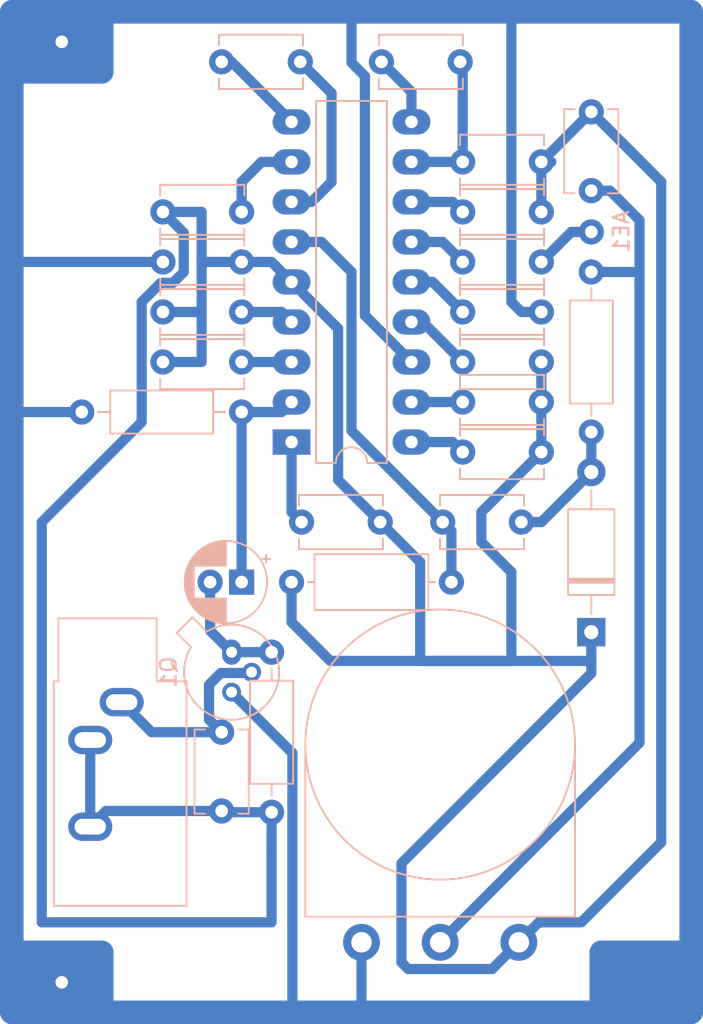
<source format=kicad_pcb>
(kicad_pcb (version 20171130) (host pcbnew "(5.1.9)-1")

  (general
    (thickness 1.6)
    (drawings 0)
    (tracks 180)
    (zones 0)
    (modules 28)
    (nets 24)
  )

  (page A4)
  (layers
    (0 F.Cu signal)
    (31 B.Cu signal)
    (32 B.Adhes user)
    (33 F.Adhes user)
    (34 B.Paste user)
    (35 F.Paste user)
    (36 B.SilkS user hide)
    (37 F.SilkS user hide)
    (38 B.Mask user)
    (39 F.Mask user)
    (40 Dwgs.User user)
    (41 Cmts.User user)
    (42 Eco1.User user)
    (43 Eco2.User user)
    (44 Edge.Cuts user)
    (45 Margin user)
    (46 B.CrtYd user hide)
    (47 F.CrtYd user hide)
    (48 B.Fab user hide)
    (49 F.Fab user hide)
  )

  (setup
    (last_trace_width 0.65)
    (user_trace_width 0.65)
    (user_trace_width 1.5)
    (trace_clearance 0.2)
    (zone_clearance 0.508)
    (zone_45_only no)
    (trace_min 0.2)
    (via_size 0.8)
    (via_drill 0.4)
    (via_min_size 0.4)
    (via_min_drill 0.3)
    (uvia_size 0.3)
    (uvia_drill 0.1)
    (uvias_allowed no)
    (uvia_min_size 0.2)
    (uvia_min_drill 0.1)
    (edge_width 0.05)
    (segment_width 0.2)
    (pcb_text_width 0.3)
    (pcb_text_size 1.5 1.5)
    (mod_edge_width 0.12)
    (mod_text_size 1 1)
    (mod_text_width 0.15)
    (pad_size 1.8 1.8)
    (pad_drill 0.9)
    (pad_to_mask_clearance 0)
    (aux_axis_origin 0 0)
    (visible_elements 7FF9E71F)
    (pcbplotparams
      (layerselection 0x010fc_ffffffff)
      (usegerberextensions false)
      (usegerberattributes true)
      (usegerberadvancedattributes true)
      (creategerberjobfile true)
      (excludeedgelayer true)
      (linewidth 0.100000)
      (plotframeref false)
      (viasonmask false)
      (mode 1)
      (useauxorigin false)
      (hpglpennumber 1)
      (hpglpenspeed 20)
      (hpglpendiameter 15.000000)
      (psnegative false)
      (psa4output false)
      (plotreference true)
      (plotvalue true)
      (plotinvisibletext false)
      (padsonsilk false)
      (subtractmaskfromsilk false)
      (outputformat 1)
      (mirror false)
      (drillshape 1)
      (scaleselection 1)
      (outputdirectory ""))
  )

  (net 0 "")
  (net 1 +5V)
  (net 2 "Net-(C1-Pad2)")
  (net 3 "Net-(C2-Pad1)")
  (net 4 "Net-(C3-Pad1)")
  (net 5 "Net-(C4-Pad2)")
  (net 6 "Net-(C5-Pad2)")
  (net 7 "Net-(C6-Pad1)")
  (net 8 "Net-(C7-Pad2)")
  (net 9 "Net-(C8-Pad1)")
  (net 10 "Net-(C10-Pad2)")
  (net 11 "Net-(C11-Pad2)")
  (net 12 "Net-(C12-Pad2)")
  (net 13 "Net-(C13-Pad2)")
  (net 14 "Net-(C14-Pad2)")
  (net 15 "Net-(C15-Pad1)")
  (net 16 "Net-(C16-Pad2)")
  (net 17 "Net-(C17-Pad1)")
  (net 18 "Net-(C18-Pad1)")
  (net 19 "Net-(AE1-Pad1)")
  (net 20 "Net-(C5-Pad1)")
  (net 21 "Net-(C12-Pad1)")
  (net 22 "Net-(C18-Pad2)")
  (net 23 GND)

  (net_class Default "This is the default net class."
    (clearance 0.2)
    (trace_width 0.25)
    (via_dia 0.8)
    (via_drill 0.4)
    (uvia_dia 0.3)
    (uvia_drill 0.1)
    (add_net +5V)
    (add_net GND)
    (add_net "Net-(AE1-Pad1)")
    (add_net "Net-(C1-Pad2)")
    (add_net "Net-(C10-Pad2)")
    (add_net "Net-(C11-Pad2)")
    (add_net "Net-(C12-Pad1)")
    (add_net "Net-(C12-Pad2)")
    (add_net "Net-(C13-Pad2)")
    (add_net "Net-(C14-Pad2)")
    (add_net "Net-(C15-Pad1)")
    (add_net "Net-(C16-Pad2)")
    (add_net "Net-(C17-Pad1)")
    (add_net "Net-(C18-Pad1)")
    (add_net "Net-(C18-Pad2)")
    (add_net "Net-(C2-Pad1)")
    (add_net "Net-(C3-Pad1)")
    (add_net "Net-(C4-Pad2)")
    (add_net "Net-(C5-Pad1)")
    (add_net "Net-(C5-Pad2)")
    (add_net "Net-(C6-Pad1)")
    (add_net "Net-(C7-Pad2)")
    (add_net "Net-(C8-Pad1)")
  )

  (module Connector_Audio:Jack_3.5mm_CUI_SJ1-3533NG_Horizontal (layer B.Cu) (tedit 5BAD3514) (tstamp 60872ECD)
    (at 247.65 57.15 180)
    (descr "TRS 3.5mm, horizontal, through-hole, https://www.cui.com/product/resource/sj1-353xng.pdf")
    (tags "TRS audio jack stereo horizontal")
    (path /608526D0)
    (fp_text reference J1 (at 0.1 6.45) (layer B.SilkS) hide
      (effects (font (size 1 1) (thickness 0.15)) (justify mirror))
    )
    (fp_text value AudioJack3 (at 0.1 -14.05) (layer B.Fab)
      (effects (font (size 1 1) (thickness 0.15)) (justify mirror))
    )
    (fp_line (start -2.1 5.2) (end 3.9 5.2) (layer B.Fab) (width 0.1))
    (fp_line (start 3.9 5.2) (end 3.9 1.2) (layer B.Fab) (width 0.1))
    (fp_line (start 3.9 1.2) (end 4.2 1.2) (layer B.Fab) (width 0.1))
    (fp_line (start 4.2 1.2) (end 4.2 -12.8) (layer B.Fab) (width 0.1))
    (fp_line (start 4.2 -12.8) (end -4 -12.8) (layer B.Fab) (width 0.1))
    (fp_line (start -4 -12.8) (end -4 1.2) (layer B.Fab) (width 0.1))
    (fp_line (start -4 1.2) (end -2.1 1.2) (layer B.Fab) (width 0.1))
    (fp_line (start -2.1 1.2) (end -2.1 5.2) (layer B.Fab) (width 0.1))
    (fp_line (start -2.22 5.32) (end 4.02 5.32) (layer B.SilkS) (width 0.12))
    (fp_line (start 4.02 5.32) (end 4.02 1.32) (layer B.SilkS) (width 0.12))
    (fp_line (start 4.02 1.32) (end 4.32 1.32) (layer B.SilkS) (width 0.12))
    (fp_line (start 4.32 1.32) (end 4.32 -12.92) (layer B.SilkS) (width 0.12))
    (fp_line (start 4.32 -12.92) (end -4.12 -12.92) (layer B.SilkS) (width 0.12))
    (fp_line (start -4.12 -12.92) (end -4.12 1.32) (layer B.SilkS) (width 0.12))
    (fp_line (start -4.12 1.32) (end -2.22 1.32) (layer B.SilkS) (width 0.12))
    (fp_line (start -2.22 1.32) (end -2.22 5.32) (layer B.SilkS) (width 0.12))
    (fp_line (start -4.5 5.7) (end -4.5 -13.3) (layer B.CrtYd) (width 0.05))
    (fp_line (start -4.5 -13.3) (end 4.7 -13.3) (layer B.CrtYd) (width 0.05))
    (fp_line (start 4.7 -13.3) (end 4.7 5.7) (layer B.CrtYd) (width 0.05))
    (fp_line (start 4.7 5.7) (end -4.5 5.7) (layer B.CrtYd) (width 0.05))
    (fp_text user %R (at 0.1 -3.8) (layer B.Fab)
      (effects (font (size 1 1) (thickness 0.15)) (justify mirror))
    )
    (pad R thru_hole oval (at 2 -7.9 180) (size 2.8 1.8) (drill oval 2 1) (layers *.Cu *.Mask)
      (net 1 +5V))
    (pad T thru_hole oval (at 2 -2.4 180) (size 2.8 1.8) (drill oval 2 1) (layers *.Cu *.Mask)
      (net 1 +5V))
    (pad S thru_hole oval (at 0 0 180) (size 2.8 1.8) (drill oval 2 1) (layers *.Cu *.Mask)
      (net 4 "Net-(C3-Pad1)"))
    (model ${KISYS3DMOD}/Connector_Audio.3dshapes/Jack_3.5mm_CUI_SJ1-3533NG_Horizontal.wrl
      (at (xyz 0 0 0))
      (scale (xyz 1 1 1))
      (rotate (xyz 0 0 0))
    )
  )

  (module Potentiometer_THT:Potentiometer_Omeg_PC16BU_Vertical (layer B.Cu) (tedit 5A3D4993) (tstamp 60872F53)
    (at 262.89 72.39 90)
    (descr "Potentiometer, vertical, Omeg PC16BU, http://www.omeg.co.uk/pc6bubrc.htm")
    (tags "Potentiometer vertical Omeg PC16BU")
    (path /607CA839)
    (fp_text reference RV1 (at 9.915 14.7 270) (layer B.SilkS) hide
      (effects (font (size 1 1) (thickness 0.15)) (justify mirror))
    )
    (fp_text value СП-3 (at 9.915 -4.7 270) (layer B.Fab)
      (effects (font (size 1 1) (thickness 0.15)) (justify mirror))
    )
    (fp_circle (center 12.55 5) (end 21 5) (layer B.Fab) (width 0.1))
    (fp_circle (center 12.55 5) (end 14.55 5) (layer B.Fab) (width 0.1))
    (fp_circle (center 12.55 5) (end 21.12 5) (layer B.SilkS) (width 0.12))
    (fp_line (start 12.55 13.45) (end 1.75 13.45) (layer B.Fab) (width 0.1))
    (fp_line (start 1.75 13.45) (end 1.75 -3.45) (layer B.Fab) (width 0.1))
    (fp_line (start 1.75 -3.45) (end 12.55 -3.45) (layer B.Fab) (width 0.1))
    (fp_line (start 1.63 13.57) (end 12.55 13.57) (layer B.SilkS) (width 0.12))
    (fp_line (start 1.63 13.57) (end 1.63 -3.57) (layer B.SilkS) (width 0.12))
    (fp_line (start 1.63 -3.57) (end 12.55 -3.57) (layer B.SilkS) (width 0.12))
    (fp_line (start -1.45 13.7) (end -1.45 -3.7) (layer B.CrtYd) (width 0.05))
    (fp_line (start -1.45 -3.7) (end 21.25 -3.7) (layer B.CrtYd) (width 0.05))
    (fp_line (start 21.25 -3.7) (end 21.25 13.7) (layer B.CrtYd) (width 0.05))
    (fp_line (start 21.25 13.7) (end -1.45 13.7) (layer B.CrtYd) (width 0.05))
    (fp_text user %R (at 2.75 5) (layer B.Fab)
      (effects (font (size 1 1) (thickness 0.15)) (justify mirror))
    )
    (pad 3 thru_hole circle (at 0 10 90) (size 2.34 2.34) (drill 1.3) (layers *.Cu *.Mask)
      (net 1 +5V))
    (pad 2 thru_hole circle (at 0 5 90) (size 2.34 2.34) (drill 1.3) (layers *.Cu *.Mask)
      (net 16 "Net-(C16-Pad2)"))
    (pad 1 thru_hole circle (at 0 0 90) (size 2.34 2.34) (drill 1.3) (layers *.Cu *.Mask)
      (net 23 GND))
    (model ${KISYS3DMOD}/Potentiometer_THT.3dshapes/Potentiometer_Omeg_PC16BU_Vertical.wrl
      (at (xyz 0 0 0))
      (scale (xyz 1 1 1))
      (rotate (xyz 0 0 0))
    )
  )

  (module Connector:Banana_Jack_1Pin (layer B.Cu) (tedit 608CF7F5) (tstamp 60872CAA)
    (at 277.495 27.305 90)
    (descr "Single banana socket, footprint - 6mm drill")
    (tags "banana socket")
    (path /608873D5)
    (fp_text reference AE1 (at 0 1.905 270) (layer B.SilkS)
      (effects (font (size 1 1) (thickness 0.15)) (justify mirror))
    )
    (fp_text value Antenna (at -0.25 -2.54 270) (layer B.Fab)
      (effects (font (size 1 1) (thickness 0.15)) (justify mirror))
    )
    (fp_circle (center 0 0) (end 0 0) (layer B.SilkS) (width 0.12))
    (fp_circle (center 0 0) (end 0 0) (layer B.Fab) (width 0.1))
    (fp_circle (center 0 0) (end 0 0) (layer B.Fab) (width 0.1))
    (fp_circle (center 0 0) (end 0 0) (layer B.CrtYd) (width 0.05))
    (fp_text user %R (at 0 0 270) (layer B.Fab)
      (effects (font (size 0.8 0.8) (thickness 0.12)) (justify mirror))
    )
    (pad 1 thru_hole circle (at 0 0 90) (size 1.6 1.6) (drill 0.8) (layers *.Cu *.Mask)
      (net 19 "Net-(AE1-Pad1)"))
    (model ${KISYS3DMOD}/Connector.3dshapes/Banana_Jack_1Pin.wrl
      (at (xyz 0 0 0))
      (scale (xyz 2 2 2))
      (rotate (xyz 0 0 0))
    )
  )

  (module Capacitor_THT:C_Disc_D5.1mm_W3.2mm_P5.00mm (layer B.Cu) (tedit 5AE50EF0) (tstamp 60872CBF)
    (at 274.32 41.275 180)
    (descr "C, Disc series, Radial, pin pitch=5.00mm, , diameter*width=5.1*3.2mm^2, Capacitor, http://www.vishay.com/docs/45233/krseries.pdf")
    (tags "C Disc series Radial pin pitch 5.00mm  diameter 5.1mm width 3.2mm Capacitor")
    (path /6079002F)
    (fp_text reference C1 (at 2.5 2.85) (layer B.SilkS) hide
      (effects (font (size 1 1) (thickness 0.15)) (justify mirror))
    )
    (fp_text value 220п (at 2.5 -2.85) (layer B.Fab)
      (effects (font (size 1 1) (thickness 0.15)) (justify mirror))
    )
    (fp_line (start 6.05 1.85) (end -1.05 1.85) (layer B.CrtYd) (width 0.05))
    (fp_line (start 6.05 -1.85) (end 6.05 1.85) (layer B.CrtYd) (width 0.05))
    (fp_line (start -1.05 -1.85) (end 6.05 -1.85) (layer B.CrtYd) (width 0.05))
    (fp_line (start -1.05 1.85) (end -1.05 -1.85) (layer B.CrtYd) (width 0.05))
    (fp_line (start 5.17 -1.055) (end 5.17 -1.721) (layer B.SilkS) (width 0.12))
    (fp_line (start 5.17 1.721) (end 5.17 1.055) (layer B.SilkS) (width 0.12))
    (fp_line (start -0.17 -1.055) (end -0.17 -1.721) (layer B.SilkS) (width 0.12))
    (fp_line (start -0.17 1.721) (end -0.17 1.055) (layer B.SilkS) (width 0.12))
    (fp_line (start -0.17 -1.721) (end 5.17 -1.721) (layer B.SilkS) (width 0.12))
    (fp_line (start -0.17 1.721) (end 5.17 1.721) (layer B.SilkS) (width 0.12))
    (fp_line (start 5.05 1.6) (end -0.05 1.6) (layer B.Fab) (width 0.1))
    (fp_line (start 5.05 -1.6) (end 5.05 1.6) (layer B.Fab) (width 0.1))
    (fp_line (start -0.05 -1.6) (end 5.05 -1.6) (layer B.Fab) (width 0.1))
    (fp_line (start -0.05 1.6) (end -0.05 -1.6) (layer B.Fab) (width 0.1))
    (fp_text user %R (at 2.5 0) (layer B.Fab)
      (effects (font (size 1 1) (thickness 0.15)) (justify mirror))
    )
    (pad 2 thru_hole circle (at 5 0 180) (size 1.6 1.6) (drill 0.8) (layers *.Cu *.Mask)
      (net 2 "Net-(C1-Pad2)"))
    (pad 1 thru_hole circle (at 0 0 180) (size 1.6 1.6) (drill 0.8) (layers *.Cu *.Mask)
      (net 1 +5V))
    (model ${KISYS3DMOD}/Capacitor_THT.3dshapes/C_Disc_D5.1mm_W3.2mm_P5.00mm.wrl
      (at (xyz 0 0 0))
      (scale (xyz 1 1 1))
      (rotate (xyz 0 0 0))
    )
  )

  (module Capacitor_THT:C_Disc_D5.1mm_W3.2mm_P5.00mm (layer B.Cu) (tedit 608EA31D) (tstamp 60872CD4)
    (at 259.08 45.72)
    (descr "C, Disc series, Radial, pin pitch=5.00mm, , diameter*width=5.1*3.2mm^2, Capacitor, http://www.vishay.com/docs/45233/krseries.pdf")
    (tags "C Disc series Radial pin pitch 5.00mm  diameter 5.1mm width 3.2mm Capacitor")
    (path /60793B92)
    (fp_text reference C2 (at 2.5 2.85) (layer B.SilkS) hide
      (effects (font (size 1 1) (thickness 0.15)) (justify mirror))
    )
    (fp_text value 150н (at 2.5 -2.85) (layer B.Fab)
      (effects (font (size 1 1) (thickness 0.15)) (justify mirror))
    )
    (fp_line (start 6.05 1.85) (end -1.05 1.85) (layer B.CrtYd) (width 0.05))
    (fp_line (start 6.05 -1.85) (end 6.05 1.85) (layer B.CrtYd) (width 0.05))
    (fp_line (start -1.05 -1.85) (end 6.05 -1.85) (layer B.CrtYd) (width 0.05))
    (fp_line (start -1.05 1.85) (end -1.05 -1.85) (layer B.CrtYd) (width 0.05))
    (fp_line (start 5.17 -1.055) (end 5.17 -1.721) (layer B.SilkS) (width 0.12))
    (fp_line (start 5.17 1.721) (end 5.17 1.055) (layer B.SilkS) (width 0.12))
    (fp_line (start -0.17 -1.055) (end -0.17 -1.721) (layer B.SilkS) (width 0.12))
    (fp_line (start -0.17 1.721) (end -0.17 1.055) (layer B.SilkS) (width 0.12))
    (fp_line (start -0.17 -1.721) (end 5.17 -1.721) (layer B.SilkS) (width 0.12))
    (fp_line (start -0.17 1.721) (end 5.17 1.721) (layer B.SilkS) (width 0.12))
    (fp_line (start 5.05 1.6) (end -0.05 1.6) (layer B.Fab) (width 0.1))
    (fp_line (start 5.05 -1.6) (end 5.05 1.6) (layer B.Fab) (width 0.1))
    (fp_line (start -0.05 -1.6) (end 5.05 -1.6) (layer B.Fab) (width 0.1))
    (fp_line (start -0.05 1.6) (end -0.05 -1.6) (layer B.Fab) (width 0.1))
    (fp_text user %R (at 2.5 0) (layer B.Fab)
      (effects (font (size 1 1) (thickness 0.15)) (justify mirror))
    )
    (pad 2 thru_hole circle (at 5 0) (size 1.6 1.6) (drill 0.8) (layers *.Cu *.Mask)
      (net 1 +5V))
    (pad 1 thru_hole circle (at 0 0) (size 1.6 1.6) (drill 0.8) (layers *.Cu *.Mask)
      (net 3 "Net-(C2-Pad1)"))
    (model ${KISYS3DMOD}/Capacitor_THT.3dshapes/C_Disc_D5.1mm_W3.2mm_P5.00mm.wrl
      (at (xyz 0 0 0))
      (scale (xyz 1 1 1))
      (rotate (xyz 0 0 0))
    )
  )

  (module Capacitor_THT:C_Disc_D5.1mm_W3.2mm_P5.00mm (layer B.Cu) (tedit 5AE50EF0) (tstamp 60872CE9)
    (at 254 59.055 270)
    (descr "C, Disc series, Radial, pin pitch=5.00mm, , diameter*width=5.1*3.2mm^2, Capacitor, http://www.vishay.com/docs/45233/krseries.pdf")
    (tags "C Disc series Radial pin pitch 5.00mm  diameter 5.1mm width 3.2mm Capacitor")
    (path /60799716)
    (fp_text reference C3 (at 2.5 2.85 270) (layer B.SilkS) hide
      (effects (font (size 1 1) (thickness 0.15)) (justify mirror))
    )
    (fp_text value 33н (at 2.5 -2.85 270) (layer B.Fab)
      (effects (font (size 1 1) (thickness 0.15)) (justify mirror))
    )
    (fp_line (start 6.05 1.85) (end -1.05 1.85) (layer B.CrtYd) (width 0.05))
    (fp_line (start 6.05 -1.85) (end 6.05 1.85) (layer B.CrtYd) (width 0.05))
    (fp_line (start -1.05 -1.85) (end 6.05 -1.85) (layer B.CrtYd) (width 0.05))
    (fp_line (start -1.05 1.85) (end -1.05 -1.85) (layer B.CrtYd) (width 0.05))
    (fp_line (start 5.17 -1.055) (end 5.17 -1.721) (layer B.SilkS) (width 0.12))
    (fp_line (start 5.17 1.721) (end 5.17 1.055) (layer B.SilkS) (width 0.12))
    (fp_line (start -0.17 -1.055) (end -0.17 -1.721) (layer B.SilkS) (width 0.12))
    (fp_line (start -0.17 1.721) (end -0.17 1.055) (layer B.SilkS) (width 0.12))
    (fp_line (start -0.17 -1.721) (end 5.17 -1.721) (layer B.SilkS) (width 0.12))
    (fp_line (start -0.17 1.721) (end 5.17 1.721) (layer B.SilkS) (width 0.12))
    (fp_line (start 5.05 1.6) (end -0.05 1.6) (layer B.Fab) (width 0.1))
    (fp_line (start 5.05 -1.6) (end 5.05 1.6) (layer B.Fab) (width 0.1))
    (fp_line (start -0.05 -1.6) (end 5.05 -1.6) (layer B.Fab) (width 0.1))
    (fp_line (start -0.05 1.6) (end -0.05 -1.6) (layer B.Fab) (width 0.1))
    (fp_text user %R (at 2.5 0 270) (layer B.Fab)
      (effects (font (size 1 1) (thickness 0.15)) (justify mirror))
    )
    (pad 2 thru_hole circle (at 5 0 270) (size 1.6 1.6) (drill 0.8) (layers *.Cu *.Mask)
      (net 1 +5V))
    (pad 1 thru_hole circle (at 0 0 270) (size 1.6 1.6) (drill 0.8) (layers *.Cu *.Mask)
      (net 4 "Net-(C3-Pad1)"))
    (model ${KISYS3DMOD}/Capacitor_THT.3dshapes/C_Disc_D5.1mm_W3.2mm_P5.00mm.wrl
      (at (xyz 0 0 0))
      (scale (xyz 1 1 1))
      (rotate (xyz 0 0 0))
    )
  )

  (module Capacitor_THT:C_Disc_D5.1mm_W3.2mm_P5.00mm (layer B.Cu) (tedit 5AE50EF0) (tstamp 60872CFE)
    (at 274.32 38.1 180)
    (descr "C, Disc series, Radial, pin pitch=5.00mm, , diameter*width=5.1*3.2mm^2, Capacitor, http://www.vishay.com/docs/45233/krseries.pdf")
    (tags "C Disc series Radial pin pitch 5.00mm  diameter 5.1mm width 3.2mm Capacitor")
    (path /6078F5E7)
    (fp_text reference C4 (at 2.5 2.85) (layer B.SilkS) hide
      (effects (font (size 1 1) (thickness 0.15)) (justify mirror))
    )
    (fp_text value 330п (at 2.5 -2.85) (layer B.Fab)
      (effects (font (size 1 1) (thickness 0.15)) (justify mirror))
    )
    (fp_line (start 6.05 1.85) (end -1.05 1.85) (layer B.CrtYd) (width 0.05))
    (fp_line (start 6.05 -1.85) (end 6.05 1.85) (layer B.CrtYd) (width 0.05))
    (fp_line (start -1.05 -1.85) (end 6.05 -1.85) (layer B.CrtYd) (width 0.05))
    (fp_line (start -1.05 1.85) (end -1.05 -1.85) (layer B.CrtYd) (width 0.05))
    (fp_line (start 5.17 -1.055) (end 5.17 -1.721) (layer B.SilkS) (width 0.12))
    (fp_line (start 5.17 1.721) (end 5.17 1.055) (layer B.SilkS) (width 0.12))
    (fp_line (start -0.17 -1.055) (end -0.17 -1.721) (layer B.SilkS) (width 0.12))
    (fp_line (start -0.17 1.721) (end -0.17 1.055) (layer B.SilkS) (width 0.12))
    (fp_line (start -0.17 -1.721) (end 5.17 -1.721) (layer B.SilkS) (width 0.12))
    (fp_line (start -0.17 1.721) (end 5.17 1.721) (layer B.SilkS) (width 0.12))
    (fp_line (start 5.05 1.6) (end -0.05 1.6) (layer B.Fab) (width 0.1))
    (fp_line (start 5.05 -1.6) (end 5.05 1.6) (layer B.Fab) (width 0.1))
    (fp_line (start -0.05 -1.6) (end 5.05 -1.6) (layer B.Fab) (width 0.1))
    (fp_line (start -0.05 1.6) (end -0.05 -1.6) (layer B.Fab) (width 0.1))
    (fp_text user %R (at 2.5 0) (layer B.Fab)
      (effects (font (size 1 1) (thickness 0.15)) (justify mirror))
    )
    (pad 2 thru_hole circle (at 5 0 180) (size 1.6 1.6) (drill 0.8) (layers *.Cu *.Mask)
      (net 5 "Net-(C4-Pad2)"))
    (pad 1 thru_hole circle (at 0 0 180) (size 1.6 1.6) (drill 0.8) (layers *.Cu *.Mask)
      (net 1 +5V))
    (model ${KISYS3DMOD}/Capacitor_THT.3dshapes/C_Disc_D5.1mm_W3.2mm_P5.00mm.wrl
      (at (xyz 0 0 0))
      (scale (xyz 1 1 1))
      (rotate (xyz 0 0 0))
    )
  )

  (module Capacitor_THT:CP_Radial_D5.0mm_P2.00mm (layer B.Cu) (tedit 5AE50EF0) (tstamp 60872D81)
    (at 255.27 49.53 180)
    (descr "CP, Radial series, Radial, pin pitch=2.00mm, , diameter=5mm, Electrolytic Capacitor")
    (tags "CP Radial series Radial pin pitch 2.00mm  diameter 5mm Electrolytic Capacitor")
    (path /60867881)
    (fp_text reference C5 (at 1 3.75) (layer B.SilkS) hide
      (effects (font (size 1 1) (thickness 0.15)) (justify mirror))
    )
    (fp_text value 4700н (at 1 -3.75) (layer B.Fab)
      (effects (font (size 1 1) (thickness 0.15)) (justify mirror))
    )
    (fp_line (start -1.554775 1.725) (end -1.554775 1.225) (layer B.SilkS) (width 0.12))
    (fp_line (start -1.804775 1.475) (end -1.304775 1.475) (layer B.SilkS) (width 0.12))
    (fp_line (start 3.601 0.284) (end 3.601 -0.284) (layer B.SilkS) (width 0.12))
    (fp_line (start 3.561 0.518) (end 3.561 -0.518) (layer B.SilkS) (width 0.12))
    (fp_line (start 3.521 0.677) (end 3.521 -0.677) (layer B.SilkS) (width 0.12))
    (fp_line (start 3.481 0.805) (end 3.481 -0.805) (layer B.SilkS) (width 0.12))
    (fp_line (start 3.441 0.915) (end 3.441 -0.915) (layer B.SilkS) (width 0.12))
    (fp_line (start 3.401 1.011) (end 3.401 -1.011) (layer B.SilkS) (width 0.12))
    (fp_line (start 3.361 1.098) (end 3.361 -1.098) (layer B.SilkS) (width 0.12))
    (fp_line (start 3.321 1.178) (end 3.321 -1.178) (layer B.SilkS) (width 0.12))
    (fp_line (start 3.281 1.251) (end 3.281 -1.251) (layer B.SilkS) (width 0.12))
    (fp_line (start 3.241 1.319) (end 3.241 -1.319) (layer B.SilkS) (width 0.12))
    (fp_line (start 3.201 1.383) (end 3.201 -1.383) (layer B.SilkS) (width 0.12))
    (fp_line (start 3.161 1.443) (end 3.161 -1.443) (layer B.SilkS) (width 0.12))
    (fp_line (start 3.121 1.5) (end 3.121 -1.5) (layer B.SilkS) (width 0.12))
    (fp_line (start 3.081 1.554) (end 3.081 -1.554) (layer B.SilkS) (width 0.12))
    (fp_line (start 3.041 1.605) (end 3.041 -1.605) (layer B.SilkS) (width 0.12))
    (fp_line (start 3.001 -1.04) (end 3.001 -1.653) (layer B.SilkS) (width 0.12))
    (fp_line (start 3.001 1.653) (end 3.001 1.04) (layer B.SilkS) (width 0.12))
    (fp_line (start 2.961 -1.04) (end 2.961 -1.699) (layer B.SilkS) (width 0.12))
    (fp_line (start 2.961 1.699) (end 2.961 1.04) (layer B.SilkS) (width 0.12))
    (fp_line (start 2.921 -1.04) (end 2.921 -1.743) (layer B.SilkS) (width 0.12))
    (fp_line (start 2.921 1.743) (end 2.921 1.04) (layer B.SilkS) (width 0.12))
    (fp_line (start 2.881 -1.04) (end 2.881 -1.785) (layer B.SilkS) (width 0.12))
    (fp_line (start 2.881 1.785) (end 2.881 1.04) (layer B.SilkS) (width 0.12))
    (fp_line (start 2.841 -1.04) (end 2.841 -1.826) (layer B.SilkS) (width 0.12))
    (fp_line (start 2.841 1.826) (end 2.841 1.04) (layer B.SilkS) (width 0.12))
    (fp_line (start 2.801 -1.04) (end 2.801 -1.864) (layer B.SilkS) (width 0.12))
    (fp_line (start 2.801 1.864) (end 2.801 1.04) (layer B.SilkS) (width 0.12))
    (fp_line (start 2.761 -1.04) (end 2.761 -1.901) (layer B.SilkS) (width 0.12))
    (fp_line (start 2.761 1.901) (end 2.761 1.04) (layer B.SilkS) (width 0.12))
    (fp_line (start 2.721 -1.04) (end 2.721 -1.937) (layer B.SilkS) (width 0.12))
    (fp_line (start 2.721 1.937) (end 2.721 1.04) (layer B.SilkS) (width 0.12))
    (fp_line (start 2.681 -1.04) (end 2.681 -1.971) (layer B.SilkS) (width 0.12))
    (fp_line (start 2.681 1.971) (end 2.681 1.04) (layer B.SilkS) (width 0.12))
    (fp_line (start 2.641 -1.04) (end 2.641 -2.004) (layer B.SilkS) (width 0.12))
    (fp_line (start 2.641 2.004) (end 2.641 1.04) (layer B.SilkS) (width 0.12))
    (fp_line (start 2.601 -1.04) (end 2.601 -2.035) (layer B.SilkS) (width 0.12))
    (fp_line (start 2.601 2.035) (end 2.601 1.04) (layer B.SilkS) (width 0.12))
    (fp_line (start 2.561 -1.04) (end 2.561 -2.065) (layer B.SilkS) (width 0.12))
    (fp_line (start 2.561 2.065) (end 2.561 1.04) (layer B.SilkS) (width 0.12))
    (fp_line (start 2.521 -1.04) (end 2.521 -2.095) (layer B.SilkS) (width 0.12))
    (fp_line (start 2.521 2.095) (end 2.521 1.04) (layer B.SilkS) (width 0.12))
    (fp_line (start 2.481 -1.04) (end 2.481 -2.122) (layer B.SilkS) (width 0.12))
    (fp_line (start 2.481 2.122) (end 2.481 1.04) (layer B.SilkS) (width 0.12))
    (fp_line (start 2.441 -1.04) (end 2.441 -2.149) (layer B.SilkS) (width 0.12))
    (fp_line (start 2.441 2.149) (end 2.441 1.04) (layer B.SilkS) (width 0.12))
    (fp_line (start 2.401 -1.04) (end 2.401 -2.175) (layer B.SilkS) (width 0.12))
    (fp_line (start 2.401 2.175) (end 2.401 1.04) (layer B.SilkS) (width 0.12))
    (fp_line (start 2.361 -1.04) (end 2.361 -2.2) (layer B.SilkS) (width 0.12))
    (fp_line (start 2.361 2.2) (end 2.361 1.04) (layer B.SilkS) (width 0.12))
    (fp_line (start 2.321 -1.04) (end 2.321 -2.224) (layer B.SilkS) (width 0.12))
    (fp_line (start 2.321 2.224) (end 2.321 1.04) (layer B.SilkS) (width 0.12))
    (fp_line (start 2.281 -1.04) (end 2.281 -2.247) (layer B.SilkS) (width 0.12))
    (fp_line (start 2.281 2.247) (end 2.281 1.04) (layer B.SilkS) (width 0.12))
    (fp_line (start 2.241 -1.04) (end 2.241 -2.268) (layer B.SilkS) (width 0.12))
    (fp_line (start 2.241 2.268) (end 2.241 1.04) (layer B.SilkS) (width 0.12))
    (fp_line (start 2.201 -1.04) (end 2.201 -2.29) (layer B.SilkS) (width 0.12))
    (fp_line (start 2.201 2.29) (end 2.201 1.04) (layer B.SilkS) (width 0.12))
    (fp_line (start 2.161 -1.04) (end 2.161 -2.31) (layer B.SilkS) (width 0.12))
    (fp_line (start 2.161 2.31) (end 2.161 1.04) (layer B.SilkS) (width 0.12))
    (fp_line (start 2.121 -1.04) (end 2.121 -2.329) (layer B.SilkS) (width 0.12))
    (fp_line (start 2.121 2.329) (end 2.121 1.04) (layer B.SilkS) (width 0.12))
    (fp_line (start 2.081 -1.04) (end 2.081 -2.348) (layer B.SilkS) (width 0.12))
    (fp_line (start 2.081 2.348) (end 2.081 1.04) (layer B.SilkS) (width 0.12))
    (fp_line (start 2.041 -1.04) (end 2.041 -2.365) (layer B.SilkS) (width 0.12))
    (fp_line (start 2.041 2.365) (end 2.041 1.04) (layer B.SilkS) (width 0.12))
    (fp_line (start 2.001 -1.04) (end 2.001 -2.382) (layer B.SilkS) (width 0.12))
    (fp_line (start 2.001 2.382) (end 2.001 1.04) (layer B.SilkS) (width 0.12))
    (fp_line (start 1.961 -1.04) (end 1.961 -2.398) (layer B.SilkS) (width 0.12))
    (fp_line (start 1.961 2.398) (end 1.961 1.04) (layer B.SilkS) (width 0.12))
    (fp_line (start 1.921 -1.04) (end 1.921 -2.414) (layer B.SilkS) (width 0.12))
    (fp_line (start 1.921 2.414) (end 1.921 1.04) (layer B.SilkS) (width 0.12))
    (fp_line (start 1.881 -1.04) (end 1.881 -2.428) (layer B.SilkS) (width 0.12))
    (fp_line (start 1.881 2.428) (end 1.881 1.04) (layer B.SilkS) (width 0.12))
    (fp_line (start 1.841 -1.04) (end 1.841 -2.442) (layer B.SilkS) (width 0.12))
    (fp_line (start 1.841 2.442) (end 1.841 1.04) (layer B.SilkS) (width 0.12))
    (fp_line (start 1.801 -1.04) (end 1.801 -2.455) (layer B.SilkS) (width 0.12))
    (fp_line (start 1.801 2.455) (end 1.801 1.04) (layer B.SilkS) (width 0.12))
    (fp_line (start 1.761 -1.04) (end 1.761 -2.468) (layer B.SilkS) (width 0.12))
    (fp_line (start 1.761 2.468) (end 1.761 1.04) (layer B.SilkS) (width 0.12))
    (fp_line (start 1.721 -1.04) (end 1.721 -2.48) (layer B.SilkS) (width 0.12))
    (fp_line (start 1.721 2.48) (end 1.721 1.04) (layer B.SilkS) (width 0.12))
    (fp_line (start 1.68 -1.04) (end 1.68 -2.491) (layer B.SilkS) (width 0.12))
    (fp_line (start 1.68 2.491) (end 1.68 1.04) (layer B.SilkS) (width 0.12))
    (fp_line (start 1.64 -1.04) (end 1.64 -2.501) (layer B.SilkS) (width 0.12))
    (fp_line (start 1.64 2.501) (end 1.64 1.04) (layer B.SilkS) (width 0.12))
    (fp_line (start 1.6 -1.04) (end 1.6 -2.511) (layer B.SilkS) (width 0.12))
    (fp_line (start 1.6 2.511) (end 1.6 1.04) (layer B.SilkS) (width 0.12))
    (fp_line (start 1.56 -1.04) (end 1.56 -2.52) (layer B.SilkS) (width 0.12))
    (fp_line (start 1.56 2.52) (end 1.56 1.04) (layer B.SilkS) (width 0.12))
    (fp_line (start 1.52 -1.04) (end 1.52 -2.528) (layer B.SilkS) (width 0.12))
    (fp_line (start 1.52 2.528) (end 1.52 1.04) (layer B.SilkS) (width 0.12))
    (fp_line (start 1.48 -1.04) (end 1.48 -2.536) (layer B.SilkS) (width 0.12))
    (fp_line (start 1.48 2.536) (end 1.48 1.04) (layer B.SilkS) (width 0.12))
    (fp_line (start 1.44 -1.04) (end 1.44 -2.543) (layer B.SilkS) (width 0.12))
    (fp_line (start 1.44 2.543) (end 1.44 1.04) (layer B.SilkS) (width 0.12))
    (fp_line (start 1.4 -1.04) (end 1.4 -2.55) (layer B.SilkS) (width 0.12))
    (fp_line (start 1.4 2.55) (end 1.4 1.04) (layer B.SilkS) (width 0.12))
    (fp_line (start 1.36 -1.04) (end 1.36 -2.556) (layer B.SilkS) (width 0.12))
    (fp_line (start 1.36 2.556) (end 1.36 1.04) (layer B.SilkS) (width 0.12))
    (fp_line (start 1.32 -1.04) (end 1.32 -2.561) (layer B.SilkS) (width 0.12))
    (fp_line (start 1.32 2.561) (end 1.32 1.04) (layer B.SilkS) (width 0.12))
    (fp_line (start 1.28 -1.04) (end 1.28 -2.565) (layer B.SilkS) (width 0.12))
    (fp_line (start 1.28 2.565) (end 1.28 1.04) (layer B.SilkS) (width 0.12))
    (fp_line (start 1.24 -1.04) (end 1.24 -2.569) (layer B.SilkS) (width 0.12))
    (fp_line (start 1.24 2.569) (end 1.24 1.04) (layer B.SilkS) (width 0.12))
    (fp_line (start 1.2 -1.04) (end 1.2 -2.573) (layer B.SilkS) (width 0.12))
    (fp_line (start 1.2 2.573) (end 1.2 1.04) (layer B.SilkS) (width 0.12))
    (fp_line (start 1.16 -1.04) (end 1.16 -2.576) (layer B.SilkS) (width 0.12))
    (fp_line (start 1.16 2.576) (end 1.16 1.04) (layer B.SilkS) (width 0.12))
    (fp_line (start 1.12 -1.04) (end 1.12 -2.578) (layer B.SilkS) (width 0.12))
    (fp_line (start 1.12 2.578) (end 1.12 1.04) (layer B.SilkS) (width 0.12))
    (fp_line (start 1.08 -1.04) (end 1.08 -2.579) (layer B.SilkS) (width 0.12))
    (fp_line (start 1.08 2.579) (end 1.08 1.04) (layer B.SilkS) (width 0.12))
    (fp_line (start 1.04 2.58) (end 1.04 1.04) (layer B.SilkS) (width 0.12))
    (fp_line (start 1.04 -1.04) (end 1.04 -2.58) (layer B.SilkS) (width 0.12))
    (fp_line (start 1 2.58) (end 1 1.04) (layer B.SilkS) (width 0.12))
    (fp_line (start 1 -1.04) (end 1 -2.58) (layer B.SilkS) (width 0.12))
    (fp_line (start -0.883605 1.3375) (end -0.883605 0.8375) (layer B.Fab) (width 0.1))
    (fp_line (start -1.133605 1.0875) (end -0.633605 1.0875) (layer B.Fab) (width 0.1))
    (fp_circle (center 1 0) (end 3.75 0) (layer B.CrtYd) (width 0.05))
    (fp_circle (center 1 0) (end 3.62 0) (layer B.SilkS) (width 0.12))
    (fp_circle (center 1 0) (end 3.5 0) (layer B.Fab) (width 0.1))
    (fp_text user %R (at 1 0) (layer B.Fab)
      (effects (font (size 1 1) (thickness 0.15)) (justify mirror))
    )
    (pad 2 thru_hole circle (at 2 0 180) (size 1.6 1.6) (drill 0.8) (layers *.Cu *.Mask)
      (net 6 "Net-(C5-Pad2)"))
    (pad 1 thru_hole rect (at 0 0 180) (size 1.6 1.6) (drill 0.8) (layers *.Cu *.Mask)
      (net 20 "Net-(C5-Pad1)"))
    (model ${KISYS3DMOD}/Capacitor_THT.3dshapes/CP_Radial_D5.0mm_P2.00mm.wrl
      (at (xyz 0 0 0))
      (scale (xyz 1 1 1))
      (rotate (xyz 0 0 0))
    )
  )

  (module Capacitor_THT:C_Disc_D5.1mm_W3.2mm_P5.00mm (layer B.Cu) (tedit 5AE50EF0) (tstamp 60872D96)
    (at 255.27 35.56 180)
    (descr "C, Disc series, Radial, pin pitch=5.00mm, , diameter*width=5.1*3.2mm^2, Capacitor, http://www.vishay.com/docs/45233/krseries.pdf")
    (tags "C Disc series Radial pin pitch 5.00mm  diameter 5.1mm width 3.2mm Capacitor")
    (path /6079388E)
    (fp_text reference C6 (at 2.5 2.85) (layer B.SilkS) hide
      (effects (font (size 1 1) (thickness 0.15)) (justify mirror))
    )
    (fp_text value 15н (at 2.5 -2.85) (layer B.Fab)
      (effects (font (size 1 1) (thickness 0.15)) (justify mirror))
    )
    (fp_line (start -0.05 1.6) (end -0.05 -1.6) (layer B.Fab) (width 0.1))
    (fp_line (start -0.05 -1.6) (end 5.05 -1.6) (layer B.Fab) (width 0.1))
    (fp_line (start 5.05 -1.6) (end 5.05 1.6) (layer B.Fab) (width 0.1))
    (fp_line (start 5.05 1.6) (end -0.05 1.6) (layer B.Fab) (width 0.1))
    (fp_line (start -0.17 1.721) (end 5.17 1.721) (layer B.SilkS) (width 0.12))
    (fp_line (start -0.17 -1.721) (end 5.17 -1.721) (layer B.SilkS) (width 0.12))
    (fp_line (start -0.17 1.721) (end -0.17 1.055) (layer B.SilkS) (width 0.12))
    (fp_line (start -0.17 -1.055) (end -0.17 -1.721) (layer B.SilkS) (width 0.12))
    (fp_line (start 5.17 1.721) (end 5.17 1.055) (layer B.SilkS) (width 0.12))
    (fp_line (start 5.17 -1.055) (end 5.17 -1.721) (layer B.SilkS) (width 0.12))
    (fp_line (start -1.05 1.85) (end -1.05 -1.85) (layer B.CrtYd) (width 0.05))
    (fp_line (start -1.05 -1.85) (end 6.05 -1.85) (layer B.CrtYd) (width 0.05))
    (fp_line (start 6.05 -1.85) (end 6.05 1.85) (layer B.CrtYd) (width 0.05))
    (fp_line (start 6.05 1.85) (end -1.05 1.85) (layer B.CrtYd) (width 0.05))
    (fp_text user %R (at 2.5 0) (layer B.Fab)
      (effects (font (size 1 1) (thickness 0.15)) (justify mirror))
    )
    (pad 1 thru_hole circle (at 0 0 180) (size 1.6 1.6) (drill 0.8) (layers *.Cu *.Mask)
      (net 7 "Net-(C6-Pad1)"))
    (pad 2 thru_hole circle (at 5 0 180) (size 1.6 1.6) (drill 0.8) (layers *.Cu *.Mask)
      (net 1 +5V))
    (model ${KISYS3DMOD}/Capacitor_THT.3dshapes/C_Disc_D5.1mm_W3.2mm_P5.00mm.wrl
      (at (xyz 0 0 0))
      (scale (xyz 1 1 1))
      (rotate (xyz 0 0 0))
    )
  )

  (module Capacitor_THT:C_Disc_D5.1mm_W3.2mm_P5.00mm (layer B.Cu) (tedit 5AE50EF0) (tstamp 60872DAB)
    (at 274.32 35.56 180)
    (descr "C, Disc series, Radial, pin pitch=5.00mm, , diameter*width=5.1*3.2mm^2, Capacitor, http://www.vishay.com/docs/45233/krseries.pdf")
    (tags "C Disc series Radial pin pitch 5.00mm  diameter 5.1mm width 3.2mm Capacitor")
    (path /60790401)
    (fp_text reference C7 (at 2.5 2.85) (layer B.SilkS) hide
      (effects (font (size 1 1) (thickness 0.15)) (justify mirror))
    )
    (fp_text value 150н (at 2.5 -2.85) (layer B.Fab)
      (effects (font (size 1 1) (thickness 0.15)) (justify mirror))
    )
    (fp_line (start 6.05 1.85) (end -1.05 1.85) (layer B.CrtYd) (width 0.05))
    (fp_line (start 6.05 -1.85) (end 6.05 1.85) (layer B.CrtYd) (width 0.05))
    (fp_line (start -1.05 -1.85) (end 6.05 -1.85) (layer B.CrtYd) (width 0.05))
    (fp_line (start -1.05 1.85) (end -1.05 -1.85) (layer B.CrtYd) (width 0.05))
    (fp_line (start 5.17 -1.055) (end 5.17 -1.721) (layer B.SilkS) (width 0.12))
    (fp_line (start 5.17 1.721) (end 5.17 1.055) (layer B.SilkS) (width 0.12))
    (fp_line (start -0.17 -1.055) (end -0.17 -1.721) (layer B.SilkS) (width 0.12))
    (fp_line (start -0.17 1.721) (end -0.17 1.055) (layer B.SilkS) (width 0.12))
    (fp_line (start -0.17 -1.721) (end 5.17 -1.721) (layer B.SilkS) (width 0.12))
    (fp_line (start -0.17 1.721) (end 5.17 1.721) (layer B.SilkS) (width 0.12))
    (fp_line (start 5.05 1.6) (end -0.05 1.6) (layer B.Fab) (width 0.1))
    (fp_line (start 5.05 -1.6) (end 5.05 1.6) (layer B.Fab) (width 0.1))
    (fp_line (start -0.05 -1.6) (end 5.05 -1.6) (layer B.Fab) (width 0.1))
    (fp_line (start -0.05 1.6) (end -0.05 -1.6) (layer B.Fab) (width 0.1))
    (fp_text user %R (at 2.5 0) (layer B.Fab)
      (effects (font (size 1 1) (thickness 0.15)) (justify mirror))
    )
    (pad 2 thru_hole circle (at 5 0 180) (size 1.6 1.6) (drill 0.8) (layers *.Cu *.Mask)
      (net 8 "Net-(C7-Pad2)"))
    (pad 1 thru_hole circle (at 0 0 180) (size 1.6 1.6) (drill 0.8) (layers *.Cu *.Mask)
      (net 1 +5V))
    (model ${KISYS3DMOD}/Capacitor_THT.3dshapes/C_Disc_D5.1mm_W3.2mm_P5.00mm.wrl
      (at (xyz 0 0 0))
      (scale (xyz 1 1 1))
      (rotate (xyz 0 0 0))
    )
  )

  (module Capacitor_THT:C_Disc_D5.1mm_W3.2mm_P5.00mm (layer B.Cu) (tedit 5AE50EF0) (tstamp 60872DC0)
    (at 255.27 32.385 180)
    (descr "C, Disc series, Radial, pin pitch=5.00mm, , diameter*width=5.1*3.2mm^2, Capacitor, http://www.vishay.com/docs/45233/krseries.pdf")
    (tags "C Disc series Radial pin pitch 5.00mm  diameter 5.1mm width 3.2mm Capacitor")
    (path /6079350B)
    (fp_text reference C8 (at 2.5 2.85) (layer B.SilkS) hide
      (effects (font (size 1 1) (thickness 0.15)) (justify mirror))
    )
    (fp_text value 10н (at 2.5 -2.85) (layer B.Fab)
      (effects (font (size 1 1) (thickness 0.15)) (justify mirror))
    )
    (fp_line (start 6.05 1.85) (end -1.05 1.85) (layer B.CrtYd) (width 0.05))
    (fp_line (start 6.05 -1.85) (end 6.05 1.85) (layer B.CrtYd) (width 0.05))
    (fp_line (start -1.05 -1.85) (end 6.05 -1.85) (layer B.CrtYd) (width 0.05))
    (fp_line (start -1.05 1.85) (end -1.05 -1.85) (layer B.CrtYd) (width 0.05))
    (fp_line (start 5.17 -1.055) (end 5.17 -1.721) (layer B.SilkS) (width 0.12))
    (fp_line (start 5.17 1.721) (end 5.17 1.055) (layer B.SilkS) (width 0.12))
    (fp_line (start -0.17 -1.055) (end -0.17 -1.721) (layer B.SilkS) (width 0.12))
    (fp_line (start -0.17 1.721) (end -0.17 1.055) (layer B.SilkS) (width 0.12))
    (fp_line (start -0.17 -1.721) (end 5.17 -1.721) (layer B.SilkS) (width 0.12))
    (fp_line (start -0.17 1.721) (end 5.17 1.721) (layer B.SilkS) (width 0.12))
    (fp_line (start 5.05 1.6) (end -0.05 1.6) (layer B.Fab) (width 0.1))
    (fp_line (start 5.05 -1.6) (end 5.05 1.6) (layer B.Fab) (width 0.1))
    (fp_line (start -0.05 -1.6) (end 5.05 -1.6) (layer B.Fab) (width 0.1))
    (fp_line (start -0.05 1.6) (end -0.05 -1.6) (layer B.Fab) (width 0.1))
    (fp_text user %R (at 2.5 0) (layer B.Fab)
      (effects (font (size 1 1) (thickness 0.15)) (justify mirror))
    )
    (pad 2 thru_hole circle (at 5 0 180) (size 1.6 1.6) (drill 0.8) (layers *.Cu *.Mask)
      (net 1 +5V))
    (pad 1 thru_hole circle (at 0 0 180) (size 1.6 1.6) (drill 0.8) (layers *.Cu *.Mask)
      (net 9 "Net-(C8-Pad1)"))
    (model ${KISYS3DMOD}/Capacitor_THT.3dshapes/C_Disc_D5.1mm_W3.2mm_P5.00mm.wrl
      (at (xyz 0 0 0))
      (scale (xyz 1 1 1))
      (rotate (xyz 0 0 0))
    )
  )

  (module Capacitor_THT:C_Disc_D5.1mm_W3.2mm_P5.00mm (layer B.Cu) (tedit 5AE50EF0) (tstamp 60872DD5)
    (at 255.27 29.21 180)
    (descr "C, Disc series, Radial, pin pitch=5.00mm, , diameter*width=5.1*3.2mm^2, Capacitor, http://www.vishay.com/docs/45233/krseries.pdf")
    (tags "C Disc series Radial pin pitch 5.00mm  diameter 5.1mm width 3.2mm Capacitor")
    (path /607931D5)
    (fp_text reference C9 (at 2.5 2.85) (layer B.SilkS) hide
      (effects (font (size 1 1) (thickness 0.15)) (justify mirror))
    )
    (fp_text value 10н (at 2.5 -2.85) (layer B.Fab)
      (effects (font (size 1 1) (thickness 0.15)) (justify mirror))
    )
    (fp_line (start -0.05 1.6) (end -0.05 -1.6) (layer B.Fab) (width 0.1))
    (fp_line (start -0.05 -1.6) (end 5.05 -1.6) (layer B.Fab) (width 0.1))
    (fp_line (start 5.05 -1.6) (end 5.05 1.6) (layer B.Fab) (width 0.1))
    (fp_line (start 5.05 1.6) (end -0.05 1.6) (layer B.Fab) (width 0.1))
    (fp_line (start -0.17 1.721) (end 5.17 1.721) (layer B.SilkS) (width 0.12))
    (fp_line (start -0.17 -1.721) (end 5.17 -1.721) (layer B.SilkS) (width 0.12))
    (fp_line (start -0.17 1.721) (end -0.17 1.055) (layer B.SilkS) (width 0.12))
    (fp_line (start -0.17 -1.055) (end -0.17 -1.721) (layer B.SilkS) (width 0.12))
    (fp_line (start 5.17 1.721) (end 5.17 1.055) (layer B.SilkS) (width 0.12))
    (fp_line (start 5.17 -1.055) (end 5.17 -1.721) (layer B.SilkS) (width 0.12))
    (fp_line (start -1.05 1.85) (end -1.05 -1.85) (layer B.CrtYd) (width 0.05))
    (fp_line (start -1.05 -1.85) (end 6.05 -1.85) (layer B.CrtYd) (width 0.05))
    (fp_line (start 6.05 -1.85) (end 6.05 1.85) (layer B.CrtYd) (width 0.05))
    (fp_line (start 6.05 1.85) (end -1.05 1.85) (layer B.CrtYd) (width 0.05))
    (fp_text user %R (at 2.5 0) (layer B.Fab)
      (effects (font (size 1 1) (thickness 0.15)) (justify mirror))
    )
    (pad 1 thru_hole circle (at 0 0 180) (size 1.6 1.6) (drill 0.8) (layers *.Cu *.Mask)
      (net 1 +5V))
    (pad 2 thru_hole circle (at 5 0 180) (size 1.6 1.6) (drill 0.8) (layers *.Cu *.Mask)
      (net 23 GND))
    (model ${KISYS3DMOD}/Capacitor_THT.3dshapes/C_Disc_D5.1mm_W3.2mm_P5.00mm.wrl
      (at (xyz 0 0 0))
      (scale (xyz 1 1 1))
      (rotate (xyz 0 0 0))
    )
  )

  (module Capacitor_THT:C_Disc_D5.1mm_W3.2mm_P5.00mm (layer B.Cu) (tedit 5AE50EF0) (tstamp 60872DEA)
    (at 274.32 32.385 180)
    (descr "C, Disc series, Radial, pin pitch=5.00mm, , diameter*width=5.1*3.2mm^2, Capacitor, http://www.vishay.com/docs/45233/krseries.pdf")
    (tags "C Disc series Radial pin pitch 5.00mm  diameter 5.1mm width 3.2mm Capacitor")
    (path /607906E3)
    (fp_text reference C10 (at 2.5 2.85) (layer B.SilkS) hide
      (effects (font (size 1 1) (thickness 0.15)) (justify mirror))
    )
    (fp_text value 220п (at 2.5 -2.85) (layer B.Fab)
      (effects (font (size 1 1) (thickness 0.15)) (justify mirror))
    )
    (fp_line (start -0.05 1.6) (end -0.05 -1.6) (layer B.Fab) (width 0.1))
    (fp_line (start -0.05 -1.6) (end 5.05 -1.6) (layer B.Fab) (width 0.1))
    (fp_line (start 5.05 -1.6) (end 5.05 1.6) (layer B.Fab) (width 0.1))
    (fp_line (start 5.05 1.6) (end -0.05 1.6) (layer B.Fab) (width 0.1))
    (fp_line (start -0.17 1.721) (end 5.17 1.721) (layer B.SilkS) (width 0.12))
    (fp_line (start -0.17 -1.721) (end 5.17 -1.721) (layer B.SilkS) (width 0.12))
    (fp_line (start -0.17 1.721) (end -0.17 1.055) (layer B.SilkS) (width 0.12))
    (fp_line (start -0.17 -1.055) (end -0.17 -1.721) (layer B.SilkS) (width 0.12))
    (fp_line (start 5.17 1.721) (end 5.17 1.055) (layer B.SilkS) (width 0.12))
    (fp_line (start 5.17 -1.055) (end 5.17 -1.721) (layer B.SilkS) (width 0.12))
    (fp_line (start -1.05 1.85) (end -1.05 -1.85) (layer B.CrtYd) (width 0.05))
    (fp_line (start -1.05 -1.85) (end 6.05 -1.85) (layer B.CrtYd) (width 0.05))
    (fp_line (start 6.05 -1.85) (end 6.05 1.85) (layer B.CrtYd) (width 0.05))
    (fp_line (start 6.05 1.85) (end -1.05 1.85) (layer B.CrtYd) (width 0.05))
    (fp_text user %R (at 2.5 0) (layer B.Fab)
      (effects (font (size 1 1) (thickness 0.15)) (justify mirror))
    )
    (pad 1 thru_hole circle (at 0 0 180) (size 1.6 1.6) (drill 0.8) (layers *.Cu *.Mask)
      (net 23 GND))
    (pad 2 thru_hole circle (at 5 0 180) (size 1.6 1.6) (drill 0.8) (layers *.Cu *.Mask)
      (net 10 "Net-(C10-Pad2)"))
    (model ${KISYS3DMOD}/Capacitor_THT.3dshapes/C_Disc_D5.1mm_W3.2mm_P5.00mm.wrl
      (at (xyz 0 0 0))
      (scale (xyz 1 1 1))
      (rotate (xyz 0 0 0))
    )
  )

  (module Capacitor_THT:C_Disc_D5.1mm_W3.2mm_P5.00mm (layer B.Cu) (tedit 5AE50EF0) (tstamp 60872DFF)
    (at 274.32 29.21 180)
    (descr "C, Disc series, Radial, pin pitch=5.00mm, , diameter*width=5.1*3.2mm^2, Capacitor, http://www.vishay.com/docs/45233/krseries.pdf")
    (tags "C Disc series Radial pin pitch 5.00mm  diameter 5.1mm width 3.2mm Capacitor")
    (path /60790C91)
    (fp_text reference C11 (at 2.5 2.85) (layer B.SilkS) hide
      (effects (font (size 1 1) (thickness 0.15)) (justify mirror))
    )
    (fp_text value 220п (at 2.5 -2.85) (layer B.Fab)
      (effects (font (size 1 1) (thickness 0.15)) (justify mirror))
    )
    (fp_line (start 6.05 1.85) (end -1.05 1.85) (layer B.CrtYd) (width 0.05))
    (fp_line (start 6.05 -1.85) (end 6.05 1.85) (layer B.CrtYd) (width 0.05))
    (fp_line (start -1.05 -1.85) (end 6.05 -1.85) (layer B.CrtYd) (width 0.05))
    (fp_line (start -1.05 1.85) (end -1.05 -1.85) (layer B.CrtYd) (width 0.05))
    (fp_line (start 5.17 -1.055) (end 5.17 -1.721) (layer B.SilkS) (width 0.12))
    (fp_line (start 5.17 1.721) (end 5.17 1.055) (layer B.SilkS) (width 0.12))
    (fp_line (start -0.17 -1.055) (end -0.17 -1.721) (layer B.SilkS) (width 0.12))
    (fp_line (start -0.17 1.721) (end -0.17 1.055) (layer B.SilkS) (width 0.12))
    (fp_line (start -0.17 -1.721) (end 5.17 -1.721) (layer B.SilkS) (width 0.12))
    (fp_line (start -0.17 1.721) (end 5.17 1.721) (layer B.SilkS) (width 0.12))
    (fp_line (start 5.05 1.6) (end -0.05 1.6) (layer B.Fab) (width 0.1))
    (fp_line (start 5.05 -1.6) (end 5.05 1.6) (layer B.Fab) (width 0.1))
    (fp_line (start -0.05 -1.6) (end 5.05 -1.6) (layer B.Fab) (width 0.1))
    (fp_line (start -0.05 1.6) (end -0.05 -1.6) (layer B.Fab) (width 0.1))
    (fp_text user %R (at 2.5 0) (layer B.Fab)
      (effects (font (size 1 1) (thickness 0.15)) (justify mirror))
    )
    (pad 2 thru_hole circle (at 5 0 180) (size 1.6 1.6) (drill 0.8) (layers *.Cu *.Mask)
      (net 11 "Net-(C11-Pad2)"))
    (pad 1 thru_hole circle (at 0 0 180) (size 1.6 1.6) (drill 0.8) (layers *.Cu *.Mask)
      (net 19 "Net-(AE1-Pad1)"))
    (model ${KISYS3DMOD}/Capacitor_THT.3dshapes/C_Disc_D5.1mm_W3.2mm_P5.00mm.wrl
      (at (xyz 0 0 0))
      (scale (xyz 1 1 1))
      (rotate (xyz 0 0 0))
    )
  )

  (module Capacitor_THT:C_Disc_D5.1mm_W3.2mm_P5.00mm (layer B.Cu) (tedit 5AE50EF0) (tstamp 60872E14)
    (at 273.05 45.72 180)
    (descr "C, Disc series, Radial, pin pitch=5.00mm, , diameter*width=5.1*3.2mm^2, Capacitor, http://www.vishay.com/docs/45233/krseries.pdf")
    (tags "C Disc series Radial pin pitch 5.00mm  diameter 5.1mm width 3.2mm Capacitor")
    (path /607918DA)
    (fp_text reference C12 (at 2.5 2.85) (layer B.SilkS) hide
      (effects (font (size 1 1) (thickness 0.15)) (justify mirror))
    )
    (fp_text value 220п (at 2.5 -2.85) (layer B.Fab)
      (effects (font (size 1 1) (thickness 0.15)) (justify mirror))
    )
    (fp_line (start -0.05 1.6) (end -0.05 -1.6) (layer B.Fab) (width 0.1))
    (fp_line (start -0.05 -1.6) (end 5.05 -1.6) (layer B.Fab) (width 0.1))
    (fp_line (start 5.05 -1.6) (end 5.05 1.6) (layer B.Fab) (width 0.1))
    (fp_line (start 5.05 1.6) (end -0.05 1.6) (layer B.Fab) (width 0.1))
    (fp_line (start -0.17 1.721) (end 5.17 1.721) (layer B.SilkS) (width 0.12))
    (fp_line (start -0.17 -1.721) (end 5.17 -1.721) (layer B.SilkS) (width 0.12))
    (fp_line (start -0.17 1.721) (end -0.17 1.055) (layer B.SilkS) (width 0.12))
    (fp_line (start -0.17 -1.055) (end -0.17 -1.721) (layer B.SilkS) (width 0.12))
    (fp_line (start 5.17 1.721) (end 5.17 1.055) (layer B.SilkS) (width 0.12))
    (fp_line (start 5.17 -1.055) (end 5.17 -1.721) (layer B.SilkS) (width 0.12))
    (fp_line (start -1.05 1.85) (end -1.05 -1.85) (layer B.CrtYd) (width 0.05))
    (fp_line (start -1.05 -1.85) (end 6.05 -1.85) (layer B.CrtYd) (width 0.05))
    (fp_line (start 6.05 -1.85) (end 6.05 1.85) (layer B.CrtYd) (width 0.05))
    (fp_line (start 6.05 1.85) (end -1.05 1.85) (layer B.CrtYd) (width 0.05))
    (fp_text user %R (at 2.5 0) (layer B.Fab)
      (effects (font (size 1 1) (thickness 0.15)) (justify mirror))
    )
    (pad 1 thru_hole circle (at 0 0 180) (size 1.6 1.6) (drill 0.8) (layers *.Cu *.Mask)
      (net 21 "Net-(C12-Pad1)"))
    (pad 2 thru_hole circle (at 5 0 180) (size 1.6 1.6) (drill 0.8) (layers *.Cu *.Mask)
      (net 12 "Net-(C12-Pad2)"))
    (model ${KISYS3DMOD}/Capacitor_THT.3dshapes/C_Disc_D5.1mm_W3.2mm_P5.00mm.wrl
      (at (xyz 0 0 0))
      (scale (xyz 1 1 1))
      (rotate (xyz 0 0 0))
    )
  )

  (module Capacitor_THT:C_Disc_D5.1mm_W3.2mm_P5.00mm (layer B.Cu) (tedit 5AE50EF0) (tstamp 60872E29)
    (at 274.32 26.035 180)
    (descr "C, Disc series, Radial, pin pitch=5.00mm, , diameter*width=5.1*3.2mm^2, Capacitor, http://www.vishay.com/docs/45233/krseries.pdf")
    (tags "C Disc series Radial pin pitch 5.00mm  diameter 5.1mm width 3.2mm Capacitor")
    (path /607909A9)
    (fp_text reference C13 (at 2.5 2.85) (layer B.SilkS) hide
      (effects (font (size 1 1) (thickness 0.15)) (justify mirror))
    )
    (fp_text value 150п (at 2.5 -2.85) (layer B.Fab)
      (effects (font (size 1 1) (thickness 0.15)) (justify mirror))
    )
    (fp_line (start -0.05 1.6) (end -0.05 -1.6) (layer B.Fab) (width 0.1))
    (fp_line (start -0.05 -1.6) (end 5.05 -1.6) (layer B.Fab) (width 0.1))
    (fp_line (start 5.05 -1.6) (end 5.05 1.6) (layer B.Fab) (width 0.1))
    (fp_line (start 5.05 1.6) (end -0.05 1.6) (layer B.Fab) (width 0.1))
    (fp_line (start -0.17 1.721) (end 5.17 1.721) (layer B.SilkS) (width 0.12))
    (fp_line (start -0.17 -1.721) (end 5.17 -1.721) (layer B.SilkS) (width 0.12))
    (fp_line (start -0.17 1.721) (end -0.17 1.055) (layer B.SilkS) (width 0.12))
    (fp_line (start -0.17 -1.055) (end -0.17 -1.721) (layer B.SilkS) (width 0.12))
    (fp_line (start 5.17 1.721) (end 5.17 1.055) (layer B.SilkS) (width 0.12))
    (fp_line (start 5.17 -1.055) (end 5.17 -1.721) (layer B.SilkS) (width 0.12))
    (fp_line (start -1.05 1.85) (end -1.05 -1.85) (layer B.CrtYd) (width 0.05))
    (fp_line (start -1.05 -1.85) (end 6.05 -1.85) (layer B.CrtYd) (width 0.05))
    (fp_line (start 6.05 -1.85) (end 6.05 1.85) (layer B.CrtYd) (width 0.05))
    (fp_line (start 6.05 1.85) (end -1.05 1.85) (layer B.CrtYd) (width 0.05))
    (fp_text user %R (at 2.5 0) (layer B.Fab)
      (effects (font (size 1 1) (thickness 0.15)) (justify mirror))
    )
    (pad 1 thru_hole circle (at 0 0 180) (size 1.6 1.6) (drill 0.8) (layers *.Cu *.Mask)
      (net 1 +5V))
    (pad 2 thru_hole circle (at 5 0 180) (size 1.6 1.6) (drill 0.8) (layers *.Cu *.Mask)
      (net 13 "Net-(C13-Pad2)"))
    (model ${KISYS3DMOD}/Capacitor_THT.3dshapes/C_Disc_D5.1mm_W3.2mm_P5.00mm.wrl
      (at (xyz 0 0 0))
      (scale (xyz 1 1 1))
      (rotate (xyz 0 0 0))
    )
  )

  (module Capacitor_THT:C_Disc_D5.1mm_W3.2mm_P5.00mm (layer B.Cu) (tedit 5AE50EF0) (tstamp 60872E3E)
    (at 274.32 22.86 180)
    (descr "C, Disc series, Radial, pin pitch=5.00mm, , diameter*width=5.1*3.2mm^2, Capacitor, http://www.vishay.com/docs/45233/krseries.pdf")
    (tags "C Disc series Radial pin pitch 5.00mm  diameter 5.1mm width 3.2mm Capacitor")
    (path /60790E6C)
    (fp_text reference C14 (at 2.5 2.85) (layer B.SilkS) hide
      (effects (font (size 1 1) (thickness 0.15)) (justify mirror))
    )
    (fp_text value 3.3н (at 2.5 -2.85) (layer B.Fab)
      (effects (font (size 1 1) (thickness 0.15)) (justify mirror))
    )
    (fp_line (start -0.05 1.6) (end -0.05 -1.6) (layer B.Fab) (width 0.1))
    (fp_line (start -0.05 -1.6) (end 5.05 -1.6) (layer B.Fab) (width 0.1))
    (fp_line (start 5.05 -1.6) (end 5.05 1.6) (layer B.Fab) (width 0.1))
    (fp_line (start 5.05 1.6) (end -0.05 1.6) (layer B.Fab) (width 0.1))
    (fp_line (start -0.17 1.721) (end 5.17 1.721) (layer B.SilkS) (width 0.12))
    (fp_line (start -0.17 -1.721) (end 5.17 -1.721) (layer B.SilkS) (width 0.12))
    (fp_line (start -0.17 1.721) (end -0.17 1.055) (layer B.SilkS) (width 0.12))
    (fp_line (start -0.17 -1.055) (end -0.17 -1.721) (layer B.SilkS) (width 0.12))
    (fp_line (start 5.17 1.721) (end 5.17 1.055) (layer B.SilkS) (width 0.12))
    (fp_line (start 5.17 -1.055) (end 5.17 -1.721) (layer B.SilkS) (width 0.12))
    (fp_line (start -1.05 1.85) (end -1.05 -1.85) (layer B.CrtYd) (width 0.05))
    (fp_line (start -1.05 -1.85) (end 6.05 -1.85) (layer B.CrtYd) (width 0.05))
    (fp_line (start 6.05 -1.85) (end 6.05 1.85) (layer B.CrtYd) (width 0.05))
    (fp_line (start 6.05 1.85) (end -1.05 1.85) (layer B.CrtYd) (width 0.05))
    (fp_text user %R (at 2.5 0) (layer B.Fab)
      (effects (font (size 1 1) (thickness 0.15)) (justify mirror))
    )
    (pad 1 thru_hole circle (at 0 0 180) (size 1.6 1.6) (drill 0.8) (layers *.Cu *.Mask)
      (net 1 +5V))
    (pad 2 thru_hole circle (at 5 0 180) (size 1.6 1.6) (drill 0.8) (layers *.Cu *.Mask)
      (net 14 "Net-(C14-Pad2)"))
    (model ${KISYS3DMOD}/Capacitor_THT.3dshapes/C_Disc_D5.1mm_W3.2mm_P5.00mm.wrl
      (at (xyz 0 0 0))
      (scale (xyz 1 1 1))
      (rotate (xyz 0 0 0))
    )
  )

  (module Capacitor_THT:C_Disc_D5.1mm_W3.2mm_P5.00mm (layer B.Cu) (tedit 5AE50EF0) (tstamp 60872E53)
    (at 255.27 26.035 180)
    (descr "C, Disc series, Radial, pin pitch=5.00mm, , diameter*width=5.1*3.2mm^2, Capacitor, http://www.vishay.com/docs/45233/krseries.pdf")
    (tags "C Disc series Radial pin pitch 5.00mm  diameter 5.1mm width 3.2mm Capacitor")
    (path /607927EB)
    (fp_text reference C15 (at 2.5 2.85) (layer B.SilkS) hide
      (effects (font (size 1 1) (thickness 0.15)) (justify mirror))
    )
    (fp_text value 180п (at 2.5 -2.85) (layer B.Fab)
      (effects (font (size 1 1) (thickness 0.15)) (justify mirror))
    )
    (fp_line (start -0.05 1.6) (end -0.05 -1.6) (layer B.Fab) (width 0.1))
    (fp_line (start -0.05 -1.6) (end 5.05 -1.6) (layer B.Fab) (width 0.1))
    (fp_line (start 5.05 -1.6) (end 5.05 1.6) (layer B.Fab) (width 0.1))
    (fp_line (start 5.05 1.6) (end -0.05 1.6) (layer B.Fab) (width 0.1))
    (fp_line (start -0.17 1.721) (end 5.17 1.721) (layer B.SilkS) (width 0.12))
    (fp_line (start -0.17 -1.721) (end 5.17 -1.721) (layer B.SilkS) (width 0.12))
    (fp_line (start -0.17 1.721) (end -0.17 1.055) (layer B.SilkS) (width 0.12))
    (fp_line (start -0.17 -1.055) (end -0.17 -1.721) (layer B.SilkS) (width 0.12))
    (fp_line (start 5.17 1.721) (end 5.17 1.055) (layer B.SilkS) (width 0.12))
    (fp_line (start 5.17 -1.055) (end 5.17 -1.721) (layer B.SilkS) (width 0.12))
    (fp_line (start -1.05 1.85) (end -1.05 -1.85) (layer B.CrtYd) (width 0.05))
    (fp_line (start -1.05 -1.85) (end 6.05 -1.85) (layer B.CrtYd) (width 0.05))
    (fp_line (start 6.05 -1.85) (end 6.05 1.85) (layer B.CrtYd) (width 0.05))
    (fp_line (start 6.05 1.85) (end -1.05 1.85) (layer B.CrtYd) (width 0.05))
    (fp_text user %R (at 2.5 0) (layer B.Fab)
      (effects (font (size 1 1) (thickness 0.15)) (justify mirror))
    )
    (pad 1 thru_hole circle (at 0 0 180) (size 1.6 1.6) (drill 0.8) (layers *.Cu *.Mask)
      (net 15 "Net-(C15-Pad1)"))
    (pad 2 thru_hole circle (at 5 0 180) (size 1.6 1.6) (drill 0.8) (layers *.Cu *.Mask)
      (net 1 +5V))
    (model ${KISYS3DMOD}/Capacitor_THT.3dshapes/C_Disc_D5.1mm_W3.2mm_P5.00mm.wrl
      (at (xyz 0 0 0))
      (scale (xyz 1 1 1))
      (rotate (xyz 0 0 0))
    )
  )

  (module Capacitor_THT:C_Disc_D5.1mm_W3.2mm_P5.00mm (layer B.Cu) (tedit 5AE50EF0) (tstamp 60872E68)
    (at 277.495 19.685 270)
    (descr "C, Disc series, Radial, pin pitch=5.00mm, , diameter*width=5.1*3.2mm^2, Capacitor, http://www.vishay.com/docs/45233/krseries.pdf")
    (tags "C Disc series Radial pin pitch 5.00mm  diameter 5.1mm width 3.2mm Capacitor")
    (path /60792C01)
    (fp_text reference C16 (at 2.5 2.85 270) (layer B.SilkS) hide
      (effects (font (size 1 1) (thickness 0.15)) (justify mirror))
    )
    (fp_text value 10н (at 2.5 -2.85 270) (layer B.Fab)
      (effects (font (size 1 1) (thickness 0.15)) (justify mirror))
    )
    (fp_line (start 6.05 1.85) (end -1.05 1.85) (layer B.CrtYd) (width 0.05))
    (fp_line (start 6.05 -1.85) (end 6.05 1.85) (layer B.CrtYd) (width 0.05))
    (fp_line (start -1.05 -1.85) (end 6.05 -1.85) (layer B.CrtYd) (width 0.05))
    (fp_line (start -1.05 1.85) (end -1.05 -1.85) (layer B.CrtYd) (width 0.05))
    (fp_line (start 5.17 -1.055) (end 5.17 -1.721) (layer B.SilkS) (width 0.12))
    (fp_line (start 5.17 1.721) (end 5.17 1.055) (layer B.SilkS) (width 0.12))
    (fp_line (start -0.17 -1.055) (end -0.17 -1.721) (layer B.SilkS) (width 0.12))
    (fp_line (start -0.17 1.721) (end -0.17 1.055) (layer B.SilkS) (width 0.12))
    (fp_line (start -0.17 -1.721) (end 5.17 -1.721) (layer B.SilkS) (width 0.12))
    (fp_line (start -0.17 1.721) (end 5.17 1.721) (layer B.SilkS) (width 0.12))
    (fp_line (start 5.05 1.6) (end -0.05 1.6) (layer B.Fab) (width 0.1))
    (fp_line (start 5.05 -1.6) (end 5.05 1.6) (layer B.Fab) (width 0.1))
    (fp_line (start -0.05 -1.6) (end 5.05 -1.6) (layer B.Fab) (width 0.1))
    (fp_line (start -0.05 1.6) (end -0.05 -1.6) (layer B.Fab) (width 0.1))
    (fp_text user %R (at 2.5 0 270) (layer B.Fab)
      (effects (font (size 1 1) (thickness 0.15)) (justify mirror))
    )
    (pad 2 thru_hole circle (at 5 0 270) (size 1.6 1.6) (drill 0.8) (layers *.Cu *.Mask)
      (net 16 "Net-(C16-Pad2)"))
    (pad 1 thru_hole circle (at 0 0 270) (size 1.6 1.6) (drill 0.8) (layers *.Cu *.Mask)
      (net 1 +5V))
    (model ${KISYS3DMOD}/Capacitor_THT.3dshapes/C_Disc_D5.1mm_W3.2mm_P5.00mm.wrl
      (at (xyz 0 0 0))
      (scale (xyz 1 1 1))
      (rotate (xyz 0 0 0))
    )
  )

  (module Capacitor_THT:C_Disc_D5.1mm_W3.2mm_P5.00mm (layer B.Cu) (tedit 5AE50EF0) (tstamp 60872E7D)
    (at 264.16 16.51)
    (descr "C, Disc series, Radial, pin pitch=5.00mm, , diameter*width=5.1*3.2mm^2, Capacitor, http://www.vishay.com/docs/45233/krseries.pdf")
    (tags "C Disc series Radial pin pitch 5.00mm  diameter 5.1mm width 3.2mm Capacitor")
    (path /6079106B)
    (fp_text reference C17 (at 2.5 2.85) (layer B.SilkS) hide
      (effects (font (size 1 1) (thickness 0.15)) (justify mirror))
    )
    (fp_text value 330п (at 2.5 -2.85) (layer B.Fab)
      (effects (font (size 1 1) (thickness 0.15)) (justify mirror))
    )
    (fp_line (start 6.05 1.85) (end -1.05 1.85) (layer B.CrtYd) (width 0.05))
    (fp_line (start 6.05 -1.85) (end 6.05 1.85) (layer B.CrtYd) (width 0.05))
    (fp_line (start -1.05 -1.85) (end 6.05 -1.85) (layer B.CrtYd) (width 0.05))
    (fp_line (start -1.05 1.85) (end -1.05 -1.85) (layer B.CrtYd) (width 0.05))
    (fp_line (start 5.17 -1.055) (end 5.17 -1.721) (layer B.SilkS) (width 0.12))
    (fp_line (start 5.17 1.721) (end 5.17 1.055) (layer B.SilkS) (width 0.12))
    (fp_line (start -0.17 -1.055) (end -0.17 -1.721) (layer B.SilkS) (width 0.12))
    (fp_line (start -0.17 1.721) (end -0.17 1.055) (layer B.SilkS) (width 0.12))
    (fp_line (start -0.17 -1.721) (end 5.17 -1.721) (layer B.SilkS) (width 0.12))
    (fp_line (start -0.17 1.721) (end 5.17 1.721) (layer B.SilkS) (width 0.12))
    (fp_line (start 5.05 1.6) (end -0.05 1.6) (layer B.Fab) (width 0.1))
    (fp_line (start 5.05 -1.6) (end 5.05 1.6) (layer B.Fab) (width 0.1))
    (fp_line (start -0.05 -1.6) (end 5.05 -1.6) (layer B.Fab) (width 0.1))
    (fp_line (start -0.05 1.6) (end -0.05 -1.6) (layer B.Fab) (width 0.1))
    (fp_text user %R (at 2.5 0) (layer B.Fab)
      (effects (font (size 1 1) (thickness 0.15)) (justify mirror))
    )
    (pad 2 thru_hole circle (at 5 0) (size 1.6 1.6) (drill 0.8) (layers *.Cu *.Mask)
      (net 14 "Net-(C14-Pad2)"))
    (pad 1 thru_hole circle (at 0 0) (size 1.6 1.6) (drill 0.8) (layers *.Cu *.Mask)
      (net 17 "Net-(C17-Pad1)"))
    (model ${KISYS3DMOD}/Capacitor_THT.3dshapes/C_Disc_D5.1mm_W3.2mm_P5.00mm.wrl
      (at (xyz 0 0 0))
      (scale (xyz 1 1 1))
      (rotate (xyz 0 0 0))
    )
  )

  (module Capacitor_THT:C_Disc_D5.1mm_W3.2mm_P5.00mm (layer B.Cu) (tedit 5AE50EF0) (tstamp 60872E92)
    (at 254 16.51)
    (descr "C, Disc series, Radial, pin pitch=5.00mm, , diameter*width=5.1*3.2mm^2, Capacitor, http://www.vishay.com/docs/45233/krseries.pdf")
    (tags "C Disc series Radial pin pitch 5.00mm  diameter 5.1mm width 3.2mm Capacitor")
    (path /60791B2B)
    (fp_text reference C18 (at 2.5 2.85) (layer B.SilkS) hide
      (effects (font (size 1 1) (thickness 0.15)) (justify mirror))
    )
    (fp_text value 3.3н (at 2.5 -2.85) (layer B.Fab)
      (effects (font (size 1 1) (thickness 0.15)) (justify mirror))
    )
    (fp_line (start 6.05 1.85) (end -1.05 1.85) (layer B.CrtYd) (width 0.05))
    (fp_line (start 6.05 -1.85) (end 6.05 1.85) (layer B.CrtYd) (width 0.05))
    (fp_line (start -1.05 -1.85) (end 6.05 -1.85) (layer B.CrtYd) (width 0.05))
    (fp_line (start -1.05 1.85) (end -1.05 -1.85) (layer B.CrtYd) (width 0.05))
    (fp_line (start 5.17 -1.055) (end 5.17 -1.721) (layer B.SilkS) (width 0.12))
    (fp_line (start 5.17 1.721) (end 5.17 1.055) (layer B.SilkS) (width 0.12))
    (fp_line (start -0.17 -1.055) (end -0.17 -1.721) (layer B.SilkS) (width 0.12))
    (fp_line (start -0.17 1.721) (end -0.17 1.055) (layer B.SilkS) (width 0.12))
    (fp_line (start -0.17 -1.721) (end 5.17 -1.721) (layer B.SilkS) (width 0.12))
    (fp_line (start -0.17 1.721) (end 5.17 1.721) (layer B.SilkS) (width 0.12))
    (fp_line (start 5.05 1.6) (end -0.05 1.6) (layer B.Fab) (width 0.1))
    (fp_line (start 5.05 -1.6) (end 5.05 1.6) (layer B.Fab) (width 0.1))
    (fp_line (start -0.05 -1.6) (end 5.05 -1.6) (layer B.Fab) (width 0.1))
    (fp_line (start -0.05 1.6) (end -0.05 -1.6) (layer B.Fab) (width 0.1))
    (fp_text user %R (at 2.5 0) (layer B.Fab)
      (effects (font (size 1 1) (thickness 0.15)) (justify mirror))
    )
    (pad 2 thru_hole circle (at 5 0) (size 1.6 1.6) (drill 0.8) (layers *.Cu *.Mask)
      (net 22 "Net-(C18-Pad2)"))
    (pad 1 thru_hole circle (at 0 0) (size 1.6 1.6) (drill 0.8) (layers *.Cu *.Mask)
      (net 18 "Net-(C18-Pad1)"))
    (model ${KISYS3DMOD}/Capacitor_THT.3dshapes/C_Disc_D5.1mm_W3.2mm_P5.00mm.wrl
      (at (xyz 0 0 0))
      (scale (xyz 1 1 1))
      (rotate (xyz 0 0 0))
    )
  )

  (module Diode_THT:D_A-405_P10.16mm_Horizontal (layer B.Cu) (tedit 6090CC66) (tstamp 60872EB1)
    (at 277.495 52.705 90)
    (descr "Diode, A-405 series, Axial, Horizontal, pin pitch=10.16mm, , length*diameter=5.2*2.7mm^2, , http://www.diodes.com/_files/packages/A-405.pdf")
    (tags "Diode A-405 series Axial Horizontal pin pitch 10.16mm  length 5.2mm diameter 2.7mm")
    (path /6079EB4F)
    (fp_text reference D1 (at 5.08 2.47 270) (layer B.SilkS) hide
      (effects (font (size 1 1) (thickness 0.15)) (justify mirror))
    )
    (fp_text value KB121A (at 5.08 -2.47 270) (layer B.Fab)
      (effects (font (size 1 1) (thickness 0.15)) (justify mirror))
    )
    (fp_line (start 11.31 1.6) (end -1.15 1.6) (layer B.CrtYd) (width 0.05))
    (fp_line (start 11.31 -1.6) (end 11.31 1.6) (layer B.CrtYd) (width 0.05))
    (fp_line (start -1.15 -1.6) (end 11.31 -1.6) (layer B.CrtYd) (width 0.05))
    (fp_line (start -1.15 1.6) (end -1.15 -1.6) (layer B.CrtYd) (width 0.05))
    (fp_line (start 3.14 1.47) (end 3.14 -1.47) (layer B.SilkS) (width 0.12))
    (fp_line (start 3.38 1.47) (end 3.38 -1.47) (layer B.SilkS) (width 0.12))
    (fp_line (start 3.26 1.47) (end 3.26 -1.47) (layer B.SilkS) (width 0.12))
    (fp_line (start 9.02 0) (end 7.8 0) (layer B.SilkS) (width 0.12))
    (fp_line (start 1.14 0) (end 2.36 0) (layer B.SilkS) (width 0.12))
    (fp_line (start 7.8 1.47) (end 2.36 1.47) (layer B.SilkS) (width 0.12))
    (fp_line (start 7.8 -1.47) (end 7.8 1.47) (layer B.SilkS) (width 0.12))
    (fp_line (start 2.36 -1.47) (end 7.8 -1.47) (layer B.SilkS) (width 0.12))
    (fp_line (start 2.36 1.47) (end 2.36 -1.47) (layer B.SilkS) (width 0.12))
    (fp_line (start 3.16 1.35) (end 3.16 -1.35) (layer B.Fab) (width 0.1))
    (fp_line (start 3.36 1.35) (end 3.36 -1.35) (layer B.Fab) (width 0.1))
    (fp_line (start 3.26 1.35) (end 3.26 -1.35) (layer B.Fab) (width 0.1))
    (fp_line (start 10.16 0) (end 7.68 0) (layer B.Fab) (width 0.1))
    (fp_line (start 0 0) (end 2.48 0) (layer B.Fab) (width 0.1))
    (fp_line (start 7.68 1.35) (end 2.48 1.35) (layer B.Fab) (width 0.1))
    (fp_line (start 7.68 -1.35) (end 7.68 1.35) (layer B.Fab) (width 0.1))
    (fp_line (start 2.48 -1.35) (end 7.68 -1.35) (layer B.Fab) (width 0.1))
    (fp_line (start 2.48 1.35) (end 2.48 -1.35) (layer B.Fab) (width 0.1))
    (fp_text user K (at 0 1.9 270) (layer B.SilkS) hide
      (effects (font (size 1 1) (thickness 0.15)) (justify mirror))
    )
    (fp_text user K (at 0 1.9 270) (layer B.Fab) hide
      (effects (font (size 1 1) (thickness 0.15)) (justify mirror))
    )
    (fp_text user %R (at 5.47 0 270) (layer B.Fab)
      (effects (font (size 1 1) (thickness 0.15)) (justify mirror))
    )
    (pad 2 thru_hole oval (at 10.16 0 90) (size 1.8 1.8) (drill 0.9) (layers *.Cu *.Mask)
      (net 21 "Net-(C12-Pad1)"))
    (pad 1 thru_hole rect (at 0 0 90) (size 1.8 1.8) (drill 0.9) (layers *.Cu *.Mask)
      (net 1 +5V))
    (model ${KISYS3DMOD}/Diode_THT.3dshapes/D_A-405_P10.16mm_Horizontal.wrl
      (at (xyz 0 0 0))
      (scale (xyz 1 1 1))
      (rotate (xyz 0 0 0))
    )
  )

  (module Inductor_THT:L_Axial_L7.0mm_D3.3mm_P10.16mm_Horizontal_Fastron_MICC (layer B.Cu) (tedit 5AE59B05) (tstamp 60872EE4)
    (at 258.445 49.53)
    (descr "Inductor, Axial series, Axial, Horizontal, pin pitch=10.16mm, , length*diameter=7*3.3mm^2, Fastron, MICC, http://www.fastrongroup.com/image-show/70/MICC.pdf?type=Complete-DataSheet&productType=series")
    (tags "Inductor Axial series Axial Horizontal pin pitch 10.16mm  length 7mm diameter 3.3mm Fastron MICC")
    (path /60786300)
    (fp_text reference L1 (at 5.08 2.77) (layer B.SilkS) hide
      (effects (font (size 1 1) (thickness 0.15)) (justify mirror))
    )
    (fp_text value L (at 5.08 -2.77) (layer B.Fab)
      (effects (font (size 1 1) (thickness 0.15)) (justify mirror))
    )
    (fp_line (start 11.21 1.9) (end -1.05 1.9) (layer B.CrtYd) (width 0.05))
    (fp_line (start 11.21 -1.9) (end 11.21 1.9) (layer B.CrtYd) (width 0.05))
    (fp_line (start -1.05 -1.9) (end 11.21 -1.9) (layer B.CrtYd) (width 0.05))
    (fp_line (start -1.05 1.9) (end -1.05 -1.9) (layer B.CrtYd) (width 0.05))
    (fp_line (start 9.12 0) (end 8.7 0) (layer B.SilkS) (width 0.12))
    (fp_line (start 1.04 0) (end 1.46 0) (layer B.SilkS) (width 0.12))
    (fp_line (start 8.7 1.77) (end 1.46 1.77) (layer B.SilkS) (width 0.12))
    (fp_line (start 8.7 -1.77) (end 8.7 1.77) (layer B.SilkS) (width 0.12))
    (fp_line (start 1.46 -1.77) (end 8.7 -1.77) (layer B.SilkS) (width 0.12))
    (fp_line (start 1.46 1.77) (end 1.46 -1.77) (layer B.SilkS) (width 0.12))
    (fp_line (start 10.16 0) (end 8.58 0) (layer B.Fab) (width 0.1))
    (fp_line (start 0 0) (end 1.58 0) (layer B.Fab) (width 0.1))
    (fp_line (start 8.58 1.65) (end 1.58 1.65) (layer B.Fab) (width 0.1))
    (fp_line (start 8.58 -1.65) (end 8.58 1.65) (layer B.Fab) (width 0.1))
    (fp_line (start 1.58 -1.65) (end 8.58 -1.65) (layer B.Fab) (width 0.1))
    (fp_line (start 1.58 1.65) (end 1.58 -1.65) (layer B.Fab) (width 0.1))
    (fp_text user %R (at 5.08 0) (layer B.Fab)
      (effects (font (size 1 1) (thickness 0.15)) (justify mirror))
    )
    (pad 2 thru_hole oval (at 10.16 0) (size 1.6 1.6) (drill 0.8) (layers *.Cu *.Mask)
      (net 12 "Net-(C12-Pad2)"))
    (pad 1 thru_hole circle (at 0 0) (size 1.6 1.6) (drill 0.8) (layers *.Cu *.Mask)
      (net 1 +5V))
    (model ${KISYS3DMOD}/Inductor_THT.3dshapes/L_Axial_L7.0mm_D3.3mm_P10.16mm_Horizontal_Fastron_MICC.wrl
      (at (xyz 0 0 0))
      (scale (xyz 1 1 1))
      (rotate (xyz 0 0 0))
    )
  )

  (module Resistor_THT:R_Axial_DIN0207_L6.3mm_D2.5mm_P10.16mm_Horizontal (layer B.Cu) (tedit 5AE5139B) (tstamp 60872F10)
    (at 257.175 53.975 270)
    (descr "Resistor, Axial_DIN0207 series, Axial, Horizontal, pin pitch=10.16mm, 0.25W = 1/4W, length*diameter=6.3*2.5mm^2, http://cdn-reichelt.de/documents/datenblatt/B400/1_4W%23YAG.pdf")
    (tags "Resistor Axial_DIN0207 series Axial Horizontal pin pitch 10.16mm 0.25W = 1/4W length 6.3mm diameter 2.5mm")
    (path /607836C7)
    (fp_text reference R1 (at 5.08 2.37 270) (layer B.SilkS) hide
      (effects (font (size 1 1) (thickness 0.15)) (justify mirror))
    )
    (fp_text value 47к (at 5.08 -2.37 270) (layer B.Fab)
      (effects (font (size 1 1) (thickness 0.15)) (justify mirror))
    )
    (fp_line (start 1.93 1.25) (end 1.93 -1.25) (layer B.Fab) (width 0.1))
    (fp_line (start 1.93 -1.25) (end 8.23 -1.25) (layer B.Fab) (width 0.1))
    (fp_line (start 8.23 -1.25) (end 8.23 1.25) (layer B.Fab) (width 0.1))
    (fp_line (start 8.23 1.25) (end 1.93 1.25) (layer B.Fab) (width 0.1))
    (fp_line (start 0 0) (end 1.93 0) (layer B.Fab) (width 0.1))
    (fp_line (start 10.16 0) (end 8.23 0) (layer B.Fab) (width 0.1))
    (fp_line (start 1.81 1.37) (end 1.81 -1.37) (layer B.SilkS) (width 0.12))
    (fp_line (start 1.81 -1.37) (end 8.35 -1.37) (layer B.SilkS) (width 0.12))
    (fp_line (start 8.35 -1.37) (end 8.35 1.37) (layer B.SilkS) (width 0.12))
    (fp_line (start 8.35 1.37) (end 1.81 1.37) (layer B.SilkS) (width 0.12))
    (fp_line (start 1.04 0) (end 1.81 0) (layer B.SilkS) (width 0.12))
    (fp_line (start 9.12 0) (end 8.35 0) (layer B.SilkS) (width 0.12))
    (fp_line (start -1.05 1.5) (end -1.05 -1.5) (layer B.CrtYd) (width 0.05))
    (fp_line (start -1.05 -1.5) (end 11.21 -1.5) (layer B.CrtYd) (width 0.05))
    (fp_line (start 11.21 -1.5) (end 11.21 1.5) (layer B.CrtYd) (width 0.05))
    (fp_line (start 11.21 1.5) (end -1.05 1.5) (layer B.CrtYd) (width 0.05))
    (fp_text user %R (at 5.08 0 270) (layer B.Fab)
      (effects (font (size 1 1) (thickness 0.15)) (justify mirror))
    )
    (pad 1 thru_hole circle (at 0 0 270) (size 1.6 1.6) (drill 0.8) (layers *.Cu *.Mask)
      (net 6 "Net-(C5-Pad2)"))
    (pad 2 thru_hole oval (at 10.16 0 270) (size 1.6 1.6) (drill 0.8) (layers *.Cu *.Mask)
      (net 1 +5V))
    (model ${KISYS3DMOD}/Resistor_THT.3dshapes/R_Axial_DIN0207_L6.3mm_D2.5mm_P10.16mm_Horizontal.wrl
      (at (xyz 0 0 0))
      (scale (xyz 1 1 1))
      (rotate (xyz 0 0 0))
    )
  )

  (module Resistor_THT:R_Axial_DIN0207_L6.3mm_D2.5mm_P10.16mm_Horizontal (layer B.Cu) (tedit 5AE5139B) (tstamp 60872F27)
    (at 255.27 38.735 180)
    (descr "Resistor, Axial_DIN0207 series, Axial, Horizontal, pin pitch=10.16mm, 0.25W = 1/4W, length*diameter=6.3*2.5mm^2, http://cdn-reichelt.de/documents/datenblatt/B400/1_4W%23YAG.pdf")
    (tags "Resistor Axial_DIN0207 series Axial Horizontal pin pitch 10.16mm 0.25W = 1/4W length 6.3mm diameter 2.5mm")
    (path /607F0C76)
    (fp_text reference R2 (at 5.08 2.37) (layer B.SilkS) hide
      (effects (font (size 1 1) (thickness 0.15)) (justify mirror))
    )
    (fp_text value 22к (at 5.08 -2.37) (layer B.Fab)
      (effects (font (size 1 1) (thickness 0.15)) (justify mirror))
    )
    (fp_line (start 11.21 1.5) (end -1.05 1.5) (layer B.CrtYd) (width 0.05))
    (fp_line (start 11.21 -1.5) (end 11.21 1.5) (layer B.CrtYd) (width 0.05))
    (fp_line (start -1.05 -1.5) (end 11.21 -1.5) (layer B.CrtYd) (width 0.05))
    (fp_line (start -1.05 1.5) (end -1.05 -1.5) (layer B.CrtYd) (width 0.05))
    (fp_line (start 9.12 0) (end 8.35 0) (layer B.SilkS) (width 0.12))
    (fp_line (start 1.04 0) (end 1.81 0) (layer B.SilkS) (width 0.12))
    (fp_line (start 8.35 1.37) (end 1.81 1.37) (layer B.SilkS) (width 0.12))
    (fp_line (start 8.35 -1.37) (end 8.35 1.37) (layer B.SilkS) (width 0.12))
    (fp_line (start 1.81 -1.37) (end 8.35 -1.37) (layer B.SilkS) (width 0.12))
    (fp_line (start 1.81 1.37) (end 1.81 -1.37) (layer B.SilkS) (width 0.12))
    (fp_line (start 10.16 0) (end 8.23 0) (layer B.Fab) (width 0.1))
    (fp_line (start 0 0) (end 1.93 0) (layer B.Fab) (width 0.1))
    (fp_line (start 8.23 1.25) (end 1.93 1.25) (layer B.Fab) (width 0.1))
    (fp_line (start 8.23 -1.25) (end 8.23 1.25) (layer B.Fab) (width 0.1))
    (fp_line (start 1.93 -1.25) (end 8.23 -1.25) (layer B.Fab) (width 0.1))
    (fp_line (start 1.93 1.25) (end 1.93 -1.25) (layer B.Fab) (width 0.1))
    (fp_text user %R (at 5.08 0) (layer B.Fab)
      (effects (font (size 1 1) (thickness 0.15)) (justify mirror))
    )
    (pad 2 thru_hole oval (at 10.16 0 180) (size 1.6 1.6) (drill 0.8) (layers *.Cu *.Mask)
      (net 23 GND))
    (pad 1 thru_hole circle (at 0 0 180) (size 1.6 1.6) (drill 0.8) (layers *.Cu *.Mask)
      (net 20 "Net-(C5-Pad1)"))
    (model ${KISYS3DMOD}/Resistor_THT.3dshapes/R_Axial_DIN0207_L6.3mm_D2.5mm_P10.16mm_Horizontal.wrl
      (at (xyz 0 0 0))
      (scale (xyz 1 1 1))
      (rotate (xyz 0 0 0))
    )
  )

  (module Resistor_THT:R_Axial_DIN0207_L6.3mm_D2.5mm_P10.16mm_Horizontal (layer B.Cu) (tedit 5AE5139B) (tstamp 60872F3E)
    (at 277.495 40.005 90)
    (descr "Resistor, Axial_DIN0207 series, Axial, Horizontal, pin pitch=10.16mm, 0.25W = 1/4W, length*diameter=6.3*2.5mm^2, http://cdn-reichelt.de/documents/datenblatt/B400/1_4W%23YAG.pdf")
    (tags "Resistor Axial_DIN0207 series Axial Horizontal pin pitch 10.16mm 0.25W = 1/4W length 6.3mm diameter 2.5mm")
    (path /60782F21)
    (fp_text reference R3 (at 5.08 2.37 270) (layer B.SilkS) hide
      (effects (font (size 1 1) (thickness 0.15)) (justify mirror))
    )
    (fp_text value 100к (at 5.08 -2.37 270) (layer B.Fab)
      (effects (font (size 1 1) (thickness 0.15)) (justify mirror))
    )
    (fp_line (start 1.93 1.25) (end 1.93 -1.25) (layer B.Fab) (width 0.1))
    (fp_line (start 1.93 -1.25) (end 8.23 -1.25) (layer B.Fab) (width 0.1))
    (fp_line (start 8.23 -1.25) (end 8.23 1.25) (layer B.Fab) (width 0.1))
    (fp_line (start 8.23 1.25) (end 1.93 1.25) (layer B.Fab) (width 0.1))
    (fp_line (start 0 0) (end 1.93 0) (layer B.Fab) (width 0.1))
    (fp_line (start 10.16 0) (end 8.23 0) (layer B.Fab) (width 0.1))
    (fp_line (start 1.81 1.37) (end 1.81 -1.37) (layer B.SilkS) (width 0.12))
    (fp_line (start 1.81 -1.37) (end 8.35 -1.37) (layer B.SilkS) (width 0.12))
    (fp_line (start 8.35 -1.37) (end 8.35 1.37) (layer B.SilkS) (width 0.12))
    (fp_line (start 8.35 1.37) (end 1.81 1.37) (layer B.SilkS) (width 0.12))
    (fp_line (start 1.04 0) (end 1.81 0) (layer B.SilkS) (width 0.12))
    (fp_line (start 9.12 0) (end 8.35 0) (layer B.SilkS) (width 0.12))
    (fp_line (start -1.05 1.5) (end -1.05 -1.5) (layer B.CrtYd) (width 0.05))
    (fp_line (start -1.05 -1.5) (end 11.21 -1.5) (layer B.CrtYd) (width 0.05))
    (fp_line (start 11.21 -1.5) (end 11.21 1.5) (layer B.CrtYd) (width 0.05))
    (fp_line (start 11.21 1.5) (end -1.05 1.5) (layer B.CrtYd) (width 0.05))
    (fp_text user %R (at 5.08 0 270) (layer B.Fab)
      (effects (font (size 1 1) (thickness 0.15)) (justify mirror))
    )
    (pad 1 thru_hole circle (at 0 0 90) (size 1.6 1.6) (drill 0.8) (layers *.Cu *.Mask)
      (net 21 "Net-(C12-Pad1)"))
    (pad 2 thru_hole oval (at 10.16 0 90) (size 1.6 1.6) (drill 0.8) (layers *.Cu *.Mask)
      (net 16 "Net-(C16-Pad2)"))
    (model ${KISYS3DMOD}/Resistor_THT.3dshapes/R_Axial_DIN0207_L6.3mm_D2.5mm_P10.16mm_Horizontal.wrl
      (at (xyz 0 0 0))
      (scale (xyz 1 1 1))
      (rotate (xyz 0 0 0))
    )
  )

  (module Package_DIP:DIP-18_W7.62mm_LongPads (layer B.Cu) (tedit 5A02E8C5) (tstamp 60872F79)
    (at 258.445 40.64)
    (descr "18-lead though-hole mounted DIP package, row spacing 7.62 mm (300 mils), LongPads")
    (tags "THT DIP DIL PDIP 2.54mm 7.62mm 300mil LongPads")
    (path /6080CC97)
    (fp_text reference U1 (at 3.81 2.33) (layer B.SilkS) hide
      (effects (font (size 1 1) (thickness 0.15)) (justify mirror))
    )
    (fp_text value KC1066XA1 (at 3.81 -22.65) (layer B.Fab)
      (effects (font (size 1 1) (thickness 0.15)) (justify mirror))
    )
    (fp_line (start 9.1 1.55) (end -1.45 1.55) (layer B.CrtYd) (width 0.05))
    (fp_line (start 9.1 -21.85) (end 9.1 1.55) (layer B.CrtYd) (width 0.05))
    (fp_line (start -1.45 -21.85) (end 9.1 -21.85) (layer B.CrtYd) (width 0.05))
    (fp_line (start -1.45 1.55) (end -1.45 -21.85) (layer B.CrtYd) (width 0.05))
    (fp_line (start 6.06 1.33) (end 4.81 1.33) (layer B.SilkS) (width 0.12))
    (fp_line (start 6.06 -21.65) (end 6.06 1.33) (layer B.SilkS) (width 0.12))
    (fp_line (start 1.56 -21.65) (end 6.06 -21.65) (layer B.SilkS) (width 0.12))
    (fp_line (start 1.56 1.33) (end 1.56 -21.65) (layer B.SilkS) (width 0.12))
    (fp_line (start 2.81 1.33) (end 1.56 1.33) (layer B.SilkS) (width 0.12))
    (fp_line (start 0.635 0.27) (end 1.635 1.27) (layer B.Fab) (width 0.1))
    (fp_line (start 0.635 -21.59) (end 0.635 0.27) (layer B.Fab) (width 0.1))
    (fp_line (start 6.985 -21.59) (end 0.635 -21.59) (layer B.Fab) (width 0.1))
    (fp_line (start 6.985 1.27) (end 6.985 -21.59) (layer B.Fab) (width 0.1))
    (fp_line (start 1.635 1.27) (end 6.985 1.27) (layer B.Fab) (width 0.1))
    (fp_text user %R (at 3.81 -10.16) (layer B.Fab)
      (effects (font (size 1 1) (thickness 0.15)) (justify mirror))
    )
    (fp_arc (start 3.81 1.33) (end 2.81 1.33) (angle 180) (layer B.SilkS) (width 0.12))
    (pad 18 thru_hole oval (at 7.62 0) (size 2.4 1.6) (drill 0.8) (layers *.Cu *.Mask)
      (net 2 "Net-(C1-Pad2)"))
    (pad 9 thru_hole oval (at 0 -20.32) (size 2.4 1.6) (drill 0.8) (layers *.Cu *.Mask)
      (net 18 "Net-(C18-Pad1)"))
    (pad 17 thru_hole oval (at 7.62 -2.54) (size 2.4 1.6) (drill 0.8) (layers *.Cu *.Mask)
      (net 5 "Net-(C4-Pad2)"))
    (pad 8 thru_hole oval (at 0 -17.78) (size 2.4 1.6) (drill 0.8) (layers *.Cu *.Mask)
      (net 15 "Net-(C15-Pad1)"))
    (pad 16 thru_hole oval (at 7.62 -5.08) (size 2.4 1.6) (drill 0.8) (layers *.Cu *.Mask)
      (net 23 GND))
    (pad 7 thru_hole oval (at 0 -15.24) (size 2.4 1.6) (drill 0.8) (layers *.Cu *.Mask)
      (net 22 "Net-(C18-Pad2)"))
    (pad 15 thru_hole oval (at 7.62 -7.62) (size 2.4 1.6) (drill 0.8) (layers *.Cu *.Mask)
      (net 8 "Net-(C7-Pad2)"))
    (pad 6 thru_hole oval (at 0 -12.7) (size 2.4 1.6) (drill 0.8) (layers *.Cu *.Mask)
      (net 12 "Net-(C12-Pad2)"))
    (pad 14 thru_hole oval (at 7.62 -10.16) (size 2.4 1.6) (drill 0.8) (layers *.Cu *.Mask)
      (net 10 "Net-(C10-Pad2)"))
    (pad 5 thru_hole oval (at 0 -10.16) (size 2.4 1.6) (drill 0.8) (layers *.Cu *.Mask)
      (net 1 +5V))
    (pad 13 thru_hole oval (at 7.62 -12.7) (size 2.4 1.6) (drill 0.8) (layers *.Cu *.Mask)
      (net 11 "Net-(C11-Pad2)"))
    (pad 4 thru_hole oval (at 0 -7.62) (size 2.4 1.6) (drill 0.8) (layers *.Cu *.Mask)
      (net 9 "Net-(C8-Pad1)"))
    (pad 12 thru_hole oval (at 7.62 -15.24) (size 2.4 1.6) (drill 0.8) (layers *.Cu *.Mask)
      (net 13 "Net-(C13-Pad2)"))
    (pad 3 thru_hole oval (at 0 -5.08) (size 2.4 1.6) (drill 0.8) (layers *.Cu *.Mask)
      (net 7 "Net-(C6-Pad1)"))
    (pad 11 thru_hole oval (at 7.62 -17.78) (size 2.4 1.6) (drill 0.8) (layers *.Cu *.Mask)
      (net 14 "Net-(C14-Pad2)"))
    (pad 2 thru_hole oval (at 0 -2.54) (size 2.4 1.6) (drill 0.8) (layers *.Cu *.Mask)
      (net 20 "Net-(C5-Pad1)"))
    (pad 10 thru_hole oval (at 7.62 -20.32) (size 2.4 1.6) (drill 0.8) (layers *.Cu *.Mask)
      (net 17 "Net-(C17-Pad1)"))
    (pad 1 thru_hole rect (at 0 0) (size 2.4 1.6) (drill 0.8) (layers *.Cu *.Mask)
      (net 3 "Net-(C2-Pad1)"))
    (model ${KISYS3DMOD}/Package_DIP.3dshapes/DIP-18_W7.62mm.wrl
      (at (xyz 0 0 0))
      (scale (xyz 1 1 1))
      (rotate (xyz 0 0 0))
    )
  )

  (module Package_TO_SOT_THT:TO-18-3 (layer B.Cu) (tedit 5A02FF81) (tstamp 60BDBDD3)
    (at 254.635 53.975 270)
    (descr TO-18-3)
    (tags TO-18-3)
    (path /6079819D)
    (fp_text reference Q1 (at 1.27 4.02 270) (layer B.SilkS)
      (effects (font (size 1 1) (thickness 0.15)) (justify mirror))
    )
    (fp_text value KT315 (at 1.27 -4.02 270) (layer B.Fab)
      (effects (font (size 1 1) (thickness 0.15)) (justify mirror))
    )
    (fp_circle (center 1.27 0) (end 3.67 0) (layer B.Fab) (width 0.1))
    (fp_line (start 4.42 3.5) (end -2.23 3.5) (layer B.CrtYd) (width 0.05))
    (fp_line (start 4.42 -3.15) (end 4.42 3.5) (layer B.CrtYd) (width 0.05))
    (fp_line (start -2.23 -3.15) (end 4.42 -3.15) (layer B.CrtYd) (width 0.05))
    (fp_line (start -2.23 3.5) (end -2.23 -3.15) (layer B.CrtYd) (width 0.05))
    (fp_line (start -2.214448 2.494499) (end -1.302281 1.582331) (layer B.SilkS) (width 0.12))
    (fp_line (start -1.224499 3.484448) (end -2.214448 2.494499) (layer B.SilkS) (width 0.12))
    (fp_line (start -0.312331 2.572281) (end -1.224499 3.484448) (layer B.SilkS) (width 0.12))
    (fp_line (start -1.976616 2.426372) (end -1.149301 1.599057) (layer B.Fab) (width 0.1))
    (fp_line (start -1.156372 3.246616) (end -1.976616 2.426372) (layer B.Fab) (width 0.1))
    (fp_line (start -0.329057 2.419301) (end -1.156372 3.246616) (layer B.Fab) (width 0.1))
    (fp_text user %R (at 1.27 4.02 270) (layer B.Fab)
      (effects (font (size 1 1) (thickness 0.15)) (justify mirror))
    )
    (fp_arc (start 1.27 0) (end -0.329057 2.419301) (angle -336.9) (layer B.Fab) (width 0.1))
    (fp_arc (start 1.27 0) (end -0.312331 2.572281) (angle -333.2) (layer B.SilkS) (width 0.12))
    (pad 1 thru_hole oval (at 0 0 270) (size 1.6 1.2) (drill 0.7) (layers *.Cu *.Mask)
      (net 6 "Net-(C5-Pad2)"))
    (pad 2 thru_hole oval (at 1.27 -1.27 270) (size 1.2 1.2) (drill 0.7) (layers *.Cu *.Mask)
      (net 4 "Net-(C3-Pad1)"))
    (pad 3 thru_hole oval (at 2.54 0 270) (size 1.2 1.2) (drill 0.7) (layers *.Cu *.Mask)
      (net 23 GND))
    (model ${KISYS3DMOD}/Package_TO_SOT_THT.3dshapes/TO-18-3.wrl
      (at (xyz 0 0 0))
      (scale (xyz 1 1 1))
      (rotate (xyz 0 0 0))
    )
  )

  (segment (start 261.40499 33.43999) (end 258.445 30.48) (width 0.65) (layer B.Cu) (net 1))
  (segment (start 261.40499 43.04499) (end 261.40499 33.43999) (width 0.65) (layer B.Cu) (net 1))
  (segment (start 264.08 45.72) (end 261.40499 43.04499) (width 0.65) (layer B.Cu) (net 1))
  (segment (start 257.175 29.21) (end 258.445 30.48) (width 0.65) (layer B.Cu) (net 1))
  (segment (start 255.27 29.21) (end 257.175 29.21) (width 0.65) (layer B.Cu) (net 1))
  (segment (start 274.32 41.275) (end 274.32 38.1) (width 0.65) (layer B.Cu) (net 1))
  (segment (start 274.32 38.1) (end 274.32 35.56) (width 0.65) (layer B.Cu) (net 1))
  (segment (start 274.32 22.86) (end 274.955 22.86) (width 0.65) (layer B.Cu) (net 1))
  (segment (start 274.32 22.86) (end 277.495 19.685) (width 0.65) (layer B.Cu) (net 1))
  (segment (start 274.32 22.86) (end 274.32 26.035) (width 0.65) (layer B.Cu) (net 1))
  (segment (start 277.495 19.685) (end 281.410011 23.600011) (width 0.65) (layer B.Cu) (net 1))
  (segment (start 258.445 52.07) (end 258.445 49.53) (width 0.65) (layer B.Cu) (net 1))
  (segment (start 266.62 48.26) (end 266.62 54.53) (width 0.65) (layer B.Cu) (net 1))
  (segment (start 264.08 45.72) (end 266.62 48.26) (width 0.65) (layer B.Cu) (net 1))
  (segment (start 266.62 54.53) (end 277.415 54.53) (width 0.65) (layer B.Cu) (net 1))
  (segment (start 277.495 54.45) (end 277.495 52.705) (width 0.65) (layer B.Cu) (net 1))
  (segment (start 277.415 54.53) (end 277.495 54.45) (width 0.65) (layer B.Cu) (net 1))
  (segment (start 266.62 54.53) (end 272.495 54.53) (width 0.65) (layer B.Cu) (net 1))
  (segment (start 272.495 54.53) (end 272.415 54.45) (width 0.65) (layer B.Cu) (net 1))
  (segment (start 272.415 54.45) (end 272.415 48.895) (width 0.65) (layer B.Cu) (net 1))
  (segment (start 272.415 48.895) (end 270.51 46.99) (width 0.65) (layer B.Cu) (net 1))
  (segment (start 270.51 45.085) (end 274.32 41.275) (width 0.65) (layer B.Cu) (net 1))
  (segment (start 270.51 46.99) (end 270.51 45.085) (width 0.65) (layer B.Cu) (net 1))
  (segment (start 260.905 54.53) (end 258.445 52.07) (width 0.65) (layer B.Cu) (net 1))
  (segment (start 266.62 54.53) (end 260.905 54.53) (width 0.65) (layer B.Cu) (net 1))
  (segment (start 246.645 64.055) (end 245.65 65.05) (width 0.65) (layer B.Cu) (net 1))
  (segment (start 254 64.055) (end 246.645 64.055) (width 0.65) (layer B.Cu) (net 1))
  (segment (start 245.65 65.05) (end 245.65 59.55) (width 0.65) (layer B.Cu) (net 1))
  (segment (start 252.73 29.21) (end 252.73 26.035) (width 0.65) (layer B.Cu) (net 1))
  (segment (start 252.73 26.035) (end 250.27 26.035) (width 0.65) (layer B.Cu) (net 1))
  (segment (start 252.73 32.385) (end 252.73 29.21) (width 0.65) (layer B.Cu) (net 1))
  (segment (start 250.27 32.385) (end 252.73 32.385) (width 0.65) (layer B.Cu) (net 1))
  (segment (start 252.73 32.385) (end 252.73 35.56) (width 0.65) (layer B.Cu) (net 1))
  (segment (start 252.73 35.56) (end 250.27 35.56) (width 0.65) (layer B.Cu) (net 1))
  (segment (start 251.595001 29.846001) (end 251.595001 27.360001) (width 0.65) (layer B.Cu) (net 1))
  (segment (start 250.906001 30.535001) (end 251.595001 29.846001) (width 0.65) (layer B.Cu) (net 1))
  (segment (start 250.134999 30.535001) (end 250.906001 30.535001) (width 0.65) (layer B.Cu) (net 1))
  (segment (start 248.92 31.75) (end 250.134999 30.535001) (width 0.65) (layer B.Cu) (net 1))
  (segment (start 248.92 39.37) (end 248.92 31.75) (width 0.65) (layer B.Cu) (net 1))
  (segment (start 242.57 45.72) (end 248.92 39.37) (width 0.65) (layer B.Cu) (net 1))
  (segment (start 242.57 71.12) (end 242.57 45.72) (width 0.65) (layer B.Cu) (net 1))
  (segment (start 257.175 71.12) (end 242.57 71.12) (width 0.65) (layer B.Cu) (net 1))
  (segment (start 251.595001 27.360001) (end 250.27 26.035) (width 0.65) (layer B.Cu) (net 1))
  (segment (start 257.175 66.675) (end 257.175 71.12) (width 0.65) (layer B.Cu) (net 1))
  (segment (start 257.175 66.675) (end 257.175 64.135) (width 0.65) (layer B.Cu) (net 1))
  (segment (start 254.08 64.135) (end 254 64.055) (width 0.65) (layer B.Cu) (net 1))
  (segment (start 257.175 64.135) (end 254.08 64.135) (width 0.65) (layer B.Cu) (net 1))
  (segment (start 274.16 71.12) (end 272.89 72.39) (width 0.65) (layer B.Cu) (net 1))
  (segment (start 273.05 72.23) (end 272.89 72.39) (width 0.65) (layer B.Cu) (net 1))
  (segment (start 276.86 71.12) (end 274.16 71.12) (width 0.65) (layer B.Cu) (net 1))
  (segment (start 281.410011 23.600011) (end 281.305 23.495) (width 0.25) (layer B.Cu) (net 1))
  (segment (start 281.410011 23.600011) (end 281.94 24.13) (width 0.65) (layer B.Cu) (net 1))
  (segment (start 281.94 66.04) (end 276.86 71.12) (width 0.65) (layer B.Cu) (net 1))
  (segment (start 281.94 24.13) (end 281.94 66.04) (width 0.65) (layer B.Cu) (net 1))
  (segment (start 277.495 54.45) (end 277.495 55.312906) (width 0.65) (layer B.Cu) (net 1))
  (segment (start 271.194999 74.085001) (end 272.89 72.39) (width 0.65) (layer B.Cu) (net 1))
  (segment (start 265.43 73.66) (end 265.855001 74.085001) (width 0.65) (layer B.Cu) (net 1))
  (segment (start 265.855001 74.085001) (end 271.194999 74.085001) (width 0.65) (layer B.Cu) (net 1))
  (segment (start 265.43 67.377906) (end 265.43 73.66) (width 0.65) (layer B.Cu) (net 1))
  (segment (start 277.495 55.312906) (end 265.43 67.377906) (width 0.65) (layer B.Cu) (net 1))
  (segment (start 255.27 29.21) (end 252.73 29.21) (width 0.65) (layer B.Cu) (net 1))
  (segment (start 268.685 40.64) (end 269.32 41.275) (width 0.65) (layer B.Cu) (net 2))
  (segment (start 266.065 40.64) (end 268.685 40.64) (width 0.65) (layer B.Cu) (net 2))
  (segment (start 258.445 45.085) (end 259.08 45.72) (width 0.65) (layer B.Cu) (net 3))
  (segment (start 258.445 40.64) (end 258.445 45.085) (width 0.65) (layer B.Cu) (net 3))
  (segment (start 249.555 59.055) (end 247.65 57.15) (width 0.65) (layer B.Cu) (net 4))
  (segment (start 254 59.055) (end 249.555 59.055) (width 0.65) (layer B.Cu) (net 4))
  (segment (start 253.200001 58.255001) (end 254 59.055) (width 0.65) (layer B.Cu) (net 4))
  (segment (start 253.200001 56.044999) (end 253.200001 58.255001) (width 0.65) (layer B.Cu) (net 4))
  (segment (start 253.94499 55.30001) (end 253.200001 56.044999) (width 0.65) (layer B.Cu) (net 4))
  (segment (start 255.84999 55.30001) (end 253.94499 55.30001) (width 0.65) (layer B.Cu) (net 4))
  (segment (start 255.905 55.245) (end 255.84999 55.30001) (width 0.65) (layer B.Cu) (net 4))
  (segment (start 266.065 38.1) (end 269.32 38.1) (width 0.65) (layer B.Cu) (net 5))
  (segment (start 253.365 49.53) (end 253.27 49.53) (width 0.65) (layer B.Cu) (net 6))
  (segment (start 257.175 53.975) (end 254.635 53.975) (width 0.65) (layer B.Cu) (net 6))
  (segment (start 253.27 50.365062) (end 253.27 49.53) (width 0.65) (layer B.Cu) (net 6))
  (segment (start 253.27 49.53) (end 253.27 52.61) (width 0.65) (layer B.Cu) (net 6))
  (segment (start 253.27 52.61) (end 254.635 53.975) (width 0.65) (layer B.Cu) (net 6))
  (segment (start 255.27 35.56) (end 258.445 35.56) (width 0.65) (layer B.Cu) (net 7))
  (segment (start 266.78 33.02) (end 269.32 35.56) (width 0.65) (layer B.Cu) (net 8))
  (segment (start 266.065 33.02) (end 266.78 33.02) (width 0.65) (layer B.Cu) (net 8))
  (segment (start 257.81 32.385) (end 258.445 33.02) (width 0.65) (layer B.Cu) (net 9))
  (segment (start 255.27 32.385) (end 257.81 32.385) (width 0.65) (layer B.Cu) (net 9))
  (segment (start 267.415 30.48) (end 269.32 32.385) (width 0.65) (layer B.Cu) (net 10))
  (segment (start 266.065 30.48) (end 267.415 30.48) (width 0.65) (layer B.Cu) (net 10))
  (segment (start 268.05 27.94) (end 269.32 29.21) (width 0.65) (layer B.Cu) (net 11))
  (segment (start 266.065 27.94) (end 268.05 27.94) (width 0.65) (layer B.Cu) (net 11))
  (segment (start 268.605 46.275) (end 268.05 45.72) (width 0.65) (layer B.Cu) (net 12))
  (segment (start 268.605 49.53) (end 268.605 46.275) (width 0.65) (layer B.Cu) (net 12))
  (segment (start 268.05 45.72) (end 262.255 39.925) (width 0.65) (layer B.Cu) (net 12))
  (segment (start 260.35 27.94) (end 258.445 27.94) (width 0.65) (layer B.Cu) (net 12))
  (segment (start 262.255 29.845) (end 260.35 27.94) (width 0.65) (layer B.Cu) (net 12))
  (segment (start 262.255 39.925) (end 262.255 29.845) (width 0.65) (layer B.Cu) (net 12))
  (segment (start 268.685 25.4) (end 269.32 26.035) (width 0.65) (layer B.Cu) (net 13))
  (segment (start 266.065 25.4) (end 268.685 25.4) (width 0.65) (layer B.Cu) (net 13))
  (segment (start 266.065 22.86) (end 269.32 22.86) (width 0.65) (layer B.Cu) (net 14))
  (segment (start 269.32 16.67) (end 269.16 16.51) (width 0.65) (layer B.Cu) (net 14))
  (segment (start 269.32 22.86) (end 269.32 16.67) (width 0.65) (layer B.Cu) (net 14))
  (segment (start 258.445 22.86) (end 256.54 22.86) (width 0.65) (layer B.Cu) (net 15))
  (segment (start 255.27 24.13) (end 255.27 26.035) (width 0.65) (layer B.Cu) (net 15))
  (segment (start 256.54 22.86) (end 255.27 24.13) (width 0.65) (layer B.Cu) (net 15))
  (segment (start 277.495 24.685) (end 278.685 24.685) (width 0.65) (layer B.Cu) (net 16))
  (segment (start 278.685 24.685) (end 280.560001 26.560001) (width 0.65) (layer B.Cu) (net 16))
  (segment (start 280.560001 30.370001) (end 280.560001 31.005001) (width 0.65) (layer B.Cu) (net 16))
  (segment (start 280.450002 29.845) (end 280.560001 29.735001) (width 0.65) (layer B.Cu) (net 16))
  (segment (start 277.495 29.845) (end 280.450002 29.845) (width 0.65) (layer B.Cu) (net 16))
  (segment (start 280.560001 29.735001) (end 280.560001 31.005001) (width 0.65) (layer B.Cu) (net 16))
  (segment (start 280.560001 26.560001) (end 280.560001 29.735001) (width 0.65) (layer B.Cu) (net 16))
  (segment (start 267.97 72.31) (end 267.89 72.39) (width 0.65) (layer B.Cu) (net 16))
  (segment (start 280.560001 59.719999) (end 267.89 72.39) (width 0.65) (layer B.Cu) (net 16))
  (segment (start 280.560001 31.005001) (end 280.560001 59.719999) (width 0.65) (layer B.Cu) (net 16))
  (segment (start 266.065 18.415) (end 266.065 20.32) (width 0.65) (layer B.Cu) (net 17))
  (segment (start 264.16 16.51) (end 266.065 18.415) (width 0.65) (layer B.Cu) (net 17))
  (segment (start 254.635 16.51) (end 258.445 20.32) (width 0.65) (layer B.Cu) (net 18))
  (segment (start 254 16.51) (end 254.635 16.51) (width 0.65) (layer B.Cu) (net 18))
  (segment (start 276.225 27.305) (end 274.32 29.21) (width 0.65) (layer B.Cu) (net 19))
  (segment (start 277.495 27.305) (end 276.225 27.305) (width 0.65) (layer B.Cu) (net 19))
  (segment (start 257.81 38.735) (end 258.445 38.1) (width 0.65) (layer B.Cu) (net 20))
  (segment (start 255.27 38.735) (end 257.81 38.735) (width 0.65) (layer B.Cu) (net 20))
  (segment (start 255.27 49.53) (end 255.27 38.735) (width 0.65) (layer B.Cu) (net 20))
  (segment (start 273.05 45.72) (end 273.685 45.72) (width 0.65) (layer B.Cu) (net 21))
  (segment (start 274.32 45.72) (end 273.05 45.72) (width 0.65) (layer B.Cu) (net 21))
  (segment (start 277.495 42.545) (end 277.495 40.005) (width 0.65) (layer B.Cu) (net 21))
  (segment (start 277.495 42.545) (end 274.32 45.72) (width 0.65) (layer B.Cu) (net 21))
  (segment (start 259 16.51) (end 260.985 18.495) (width 0.65) (layer B.Cu) (net 22))
  (segment (start 260.985 18.495) (end 260.985 24.13) (width 0.65) (layer B.Cu) (net 22))
  (segment (start 259.715 25.4) (end 258.445 25.4) (width 0.65) (layer B.Cu) (net 22))
  (segment (start 260.985 24.13) (end 259.715 25.4) (width 0.65) (layer B.Cu) (net 22))
  (segment (start 266.065 35.56) (end 265.43 35.56) (width 0.65) (layer B.Cu) (net 23))
  (segment (start 262.255 16.566002) (end 263.10501 17.416012) (width 0.65) (layer B.Cu) (net 23))
  (segment (start 262.255 13.335) (end 262.255 16.566002) (width 0.65) (layer B.Cu) (net 23))
  (segment (start 263.10501 17.416012) (end 263.10501 32.60001) (width 0.65) (layer B.Cu) (net 23))
  (segment (start 263.10501 32.60001) (end 266.065 35.56) (width 0.65) (layer B.Cu) (net 23))
  (segment (start 274.32 32.385) (end 273.05 32.385) (width 0.65) (layer B.Cu) (net 23))
  (segment (start 272.415 31.75) (end 272.415 13.335) (width 0.65) (layer B.Cu) (net 23))
  (segment (start 273.05 32.385) (end 272.415 31.75) (width 0.65) (layer B.Cu) (net 23))
  (segment (start 262.89 76.2) (end 262.255 76.835) (width 0.65) (layer B.Cu) (net 23))
  (segment (start 262.89 72.39) (end 262.89 76.2) (width 0.65) (layer B.Cu) (net 23))
  (segment (start 258.500001 60.380001) (end 258.500001 76.779999) (width 0.65) (layer B.Cu) (net 23))
  (segment (start 254.635 56.515) (end 258.500001 60.380001) (width 0.65) (layer B.Cu) (net 23))
  (segment (start 258.500001 76.779999) (end 258.445 76.835) (width 0.65) (layer B.Cu) (net 23))
  (segment (start 245.745 75.565) (end 243.205 75.565) (width 1.5) (layer B.Cu) (net 23))
  (segment (start 245.745 74.295) (end 245.745 75.565) (width 1.5) (layer B.Cu) (net 23))
  (segment (start 245.745 75.565) (end 245.745 76.835) (width 1.5) (layer B.Cu) (net 23))
  (segment (start 245.745 73.025) (end 245.745 74.295) (width 1.5) (layer B.Cu) (net 23))
  (segment (start 245.745 15.875) (end 241.3 15.875) (width 1.5) (layer B.Cu) (net 23))
  (segment (start 245.745 15.875) (end 245.745 13.97) (width 1.5) (layer B.Cu) (net 23))
  (segment (start 241.3 15.875) (end 241.3 14.605) (width 1.5) (layer B.Cu) (net 23))
  (segment (start 241.3 14.605) (end 243.205 14.605) (width 1.5) (layer B.Cu) (net 23))
  (segment (start 243.205 75.565) (end 241.3 75.565) (width 1.5) (layer B.Cu) (net 23) (tstamp 60A48972))
  (segment (start 243.205 14.605) (end 244.475 14.605) (width 1.5) (layer B.Cu) (net 23) (tstamp 60A4897D))
  (segment (start 278.13 76.835) (end 278.13 73.025) (width 1.5) (layer B.Cu) (net 23))
  (segment (start 283.845 76.835) (end 278.13 76.835) (width 1.5) (layer B.Cu) (net 23))
  (segment (start 278.13 73.025) (end 283.21 73.025) (width 1.5) (layer B.Cu) (net 23))
  (segment (start 283.845 74.295) (end 279.4 74.295) (width 1.5) (layer B.Cu) (net 23))
  (segment (start 283.845 74.295) (end 283.845 76.835) (width 1.5) (layer B.Cu) (net 23))
  (segment (start 279.4 74.295) (end 279.4 75.565) (width 1.5) (layer B.Cu) (net 23))
  (segment (start 279.4 75.565) (end 282.575 75.565) (width 1.5) (layer B.Cu) (net 23))
  (segment (start 240.665 73.025) (end 245.745 73.025) (width 1.5) (layer B.Cu) (net 23))
  (segment (start 283.845 13.335) (end 283.845 74.295) (width 1.5) (layer B.Cu) (net 23))
  (segment (start 240.665 13.335) (end 283.845 13.335) (width 1.5) (layer B.Cu) (net 23))
  (segment (start 240.665 16.51) (end 240.665 13.335) (width 1.5) (layer B.Cu) (net 23))
  (segment (start 240.665 17.145) (end 240.665 16.51) (width 1.5) (layer B.Cu) (net 23))
  (segment (start 240.665 74.295) (end 245.11 74.295) (width 1.5) (layer B.Cu) (net 23))
  (segment (start 240.665 73.025) (end 240.665 74.295) (width 1.5) (layer B.Cu) (net 23))
  (segment (start 240.665 74.295) (end 240.665 76.2) (width 1.5) (layer B.Cu) (net 23))
  (segment (start 245.745 76.835) (end 240.665 76.835) (width 1.5) (layer B.Cu) (net 23))
  (segment (start 240.665 76.835) (end 240.665 76.2) (width 1.5) (layer B.Cu) (net 23))
  (segment (start 278.13 76.835) (end 245.745 76.835) (width 1.5) (layer B.Cu) (net 23))
  (segment (start 245.745 73.025) (end 246.38 73.025) (width 1.5) (layer B.Cu) (net 23))
  (segment (start 246.38 73.025) (end 246.38 76.2) (width 1.5) (layer B.Cu) (net 23))
  (segment (start 246.38 17.145) (end 240.665 17.145) (width 1.5) (layer B.Cu) (net 23))
  (segment (start 246.38 13.97) (end 246.38 17.145) (width 1.5) (layer B.Cu) (net 23))
  (segment (start 245.11 38.735) (end 240.665 38.735) (width 0.65) (layer B.Cu) (net 23))
  (segment (start 240.665 73.025) (end 240.665 38.735) (width 1.5) (layer B.Cu) (net 23))
  (segment (start 250.27 29.21) (end 240.665 29.21) (width 0.65) (layer B.Cu) (net 23))
  (segment (start 240.665 29.21) (end 240.665 17.145) (width 1.5) (layer B.Cu) (net 23))
  (segment (start 240.665 38.735) (end 240.665 29.21) (width 1.5) (layer B.Cu) (net 23))
  (via (at 243.84 74.93) (size 1.6) (drill 0.8) (layers F.Cu B.Cu) (net 23))
  (via (at 243.84 15.24) (size 1.6) (drill 0.8) (layers F.Cu B.Cu) (net 23))

)

</source>
